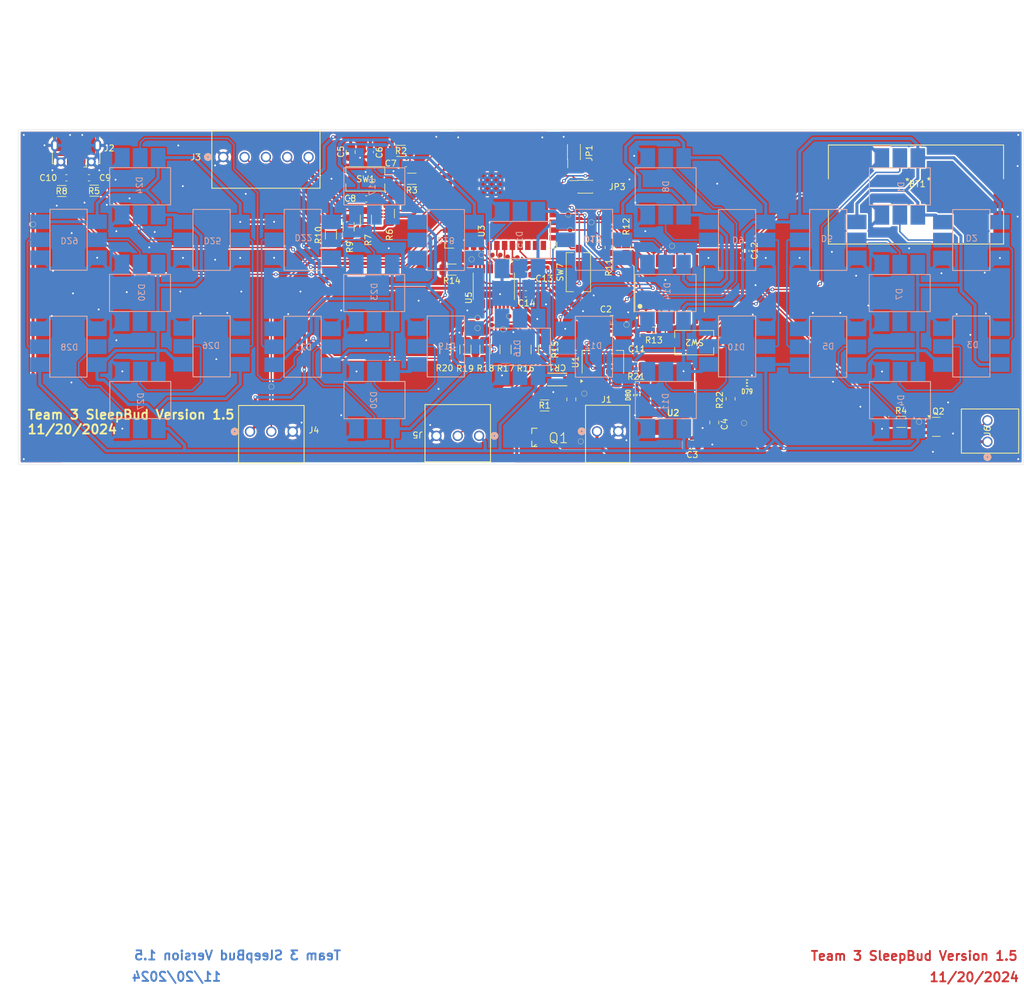
<source format=kicad_pcb>
(kicad_pcb (version 20240108) (generator "pcbnew") (generator_version "8.0")
  (layers (0 "F.Cu" signal) (31 "B.Cu" signal) (34 "B.Paste" user) (35 "F.Paste" user) (36 "B.SilkS" user "B.Silkscreen") (37 "F.SilkS" user "F.Silkscreen") (38 "B.Mask" user) (39 "F.Mask" user) (44 "Edge.Cuts" user))
  (net 0 "")
  (net 1 "Net-(BT1-+)")
  (net 2 "GND")
  (net 3 "+12V")
  (net 4 "+3.3V")
  (net 5 "+5V")
  (net 6 "VBUS")
  (net 7 "/IO8 - Output2")
  (net 8 "/IO35-SCL")
  (net 9 "/IO36-SDA")
  (net 10 "/IO37-SQW{slash}INT")
  (net 11 "/IO38-OE")
  (net 12 "/Buzzer")
  (net 13 "Net-(Q2-D)")
  (net 14 "Net-(U3-EN)")
  (net 15 "/B2 - Digit 1")
  (net 16 "Net-(U3-IO5)")
  (net 17 "Net-(U3-IO7)")
  (net 18 "Net-(U3-IO6)")
  (net 19 "Net-(U3-IO4)")
  (net 20 "Net-(J5-Pad2)")
  (net 21 "Net-(Q2-G)")
  (net 22 "Net-(U3-IO19)")
  (net 23 "Net-(U3-IO20)")
  (net 24 "/B3 - Digit 2")
  (net 25 "/B4 - Colon")
  (net 26 "/B5 - Digit 3")
  (net 27 "/B6 - Digit 4")
  (net 28 "Net-(U5-B1)")
  (net 29 "Net-(U4-~{RST})")
  (net 31 "/IO14 - A1")
  (net 32 "/IO13 - A2")
  (net 35 "/IO12 - A3")
  (net 40 "/IO11 - A4")
  (net 41 "/IO10 - A5")
  (net 44 "/IO9 - A6")
  (net 52 "Net-(C8-Pad2)")
  (net 53 "Net-(J2-D-)")
  (net 54 "Net-(J2-D+)")
  (net 55 "Net-(D1-DOUT)")
  (net 56 "Net-(D1-DIN)")
  (net 57 "Net-(D2-DOUT)")
  (net 58 "Net-(D3-DOUT)")
  (net 59 "Net-(D4-DOUT)")
  (net 60 "Net-(D5-DOUT)")
  (net 61 "Net-(D6-DOUT)")
  (net 63 "Net-(D8-DOUT)")
  (net 64 "Net-(D8-DIN)")
  (net 65 "Net-(D10-DIN)")
  (net 66 "Net-(D10-DOUT)")
  (net 67 "Net-(D11-DOUT)")
  (net 68 "Net-(D12-DOUT)")
  (net 69 "Net-(D13-DOUT)")
  (net 71 "Net-(D15-DIN)")
  (net 72 "Net-(D15-DOUT)")
  (net 74 "Net-(D17-DIN)")
  (net 75 "Net-(D17-DOUT)")
  (net 76 "Net-(D18-DOUT)")
  (net 77 "Net-(D19-DOUT)")
  (net 78 "Net-(D20-DOUT)")
  (net 79 "Net-(D21-DOUT)")
  (net 80 "Net-(D22-DOUT)")
  (net 82 "Net-(D24-DIN)")
  (net 83 "Net-(D24-DOUT)")
  (net 84 "Net-(D25-DOUT)")
  (net 85 "Net-(D26-DOUT)")
  (net 86 "Net-(D27-DOUT)")
  (net 87 "Net-(D28-DOUT)")
  (net 88 "Net-(D29-DOUT)")
  (net 91 "Net-(JP1-RXD0)")
  (net 92 "Net-(JP1-TXD0)")
  (net 93 "Net-(U3-IO0)")
  (net 94 "Net-(JP3-TDO)")
  (net 95 "Net-(JP3-TDI)")
  (net 96 "Net-(JP3-TCK)")
  (net 97 "Net-(JP3-TMS)")
  (net 98 "Net-(Q1-S)")
  (net 99 "Net-(D79-Pad2)")
  (net 100 "Net-(D80-Pad2)")
  (footprint "Custom Pads:Testpoint Pad" (layer "F.Cu") (at 139.1 77.3625)
    (property "Reference" "TP16" (hide yes))
    (property "Value" "TestPoint_Small")
  )
  (footprint "150060RS75000:WL-SMCW_0603" (layer "F.Cu") (at 158.6 97.6 90)
    (property "Reference" "D80")
    (property "Value" "WL-SMCW_0603")
  )
  (footprint "Custom Pads:AZ1084CD" (layer "F.Cu") (at 164.49 101.63)
    (property "Reference" "U2")
    (property "Value" "AZ1084CD")
  )
  (footprint "DMG3415U_7:SOT95P240X105-3N" (layer "F.Cu") (at 142.084 104.5348 180)
    (property "Reference" "Q1")
    (property "Value" "DMG3415U-7")
  )
  (footprint "Capacitor_SMD:C_0603_1608Metric" (layer "F.Cu") (at 114.87 57.7 -90)
    (property "Reference" "C6")
    (property "Value" "0.1uF")
  )
  (footprint "Resistor_SMD:R_1206_3216Metric" (layer "F.Cu") (at 121.68 62.09)
    (property "Reference" "R3")
    (property "Value" "0" (hide yes))
  )
  (footprint "Custom Pads:Testpoint Pad" (layer "F.Cu") (at 136.8 89.15)
    (property "Reference" "TP4" (hide yes))
    (property "Value" "TestPoint_Flag")
  )
  (footprint "Custom Pads:Testpoint Pad" (layer "F.Cu") (at 59.63 71.92)
    (property "Reference" "TP10" (hide yes))
    (property "Value" "TestPoint_Flag")
  )
  (footprint "Capacitor_SMD:C_0603_1608Metric" (layer "F.Cu") (at 140.39 80.98)
    (property "Reference" "C14")
    (property "Value" "0.1uF" (hide yes))
  )
  (footprint "Resistor_SMD:R_1206_3216Metric" (layer "F.Cu") (at 143.48 99.29)
    (property "Reference" "R1")
    (property "Value" "10k" (hide yes))
  )
  (footprint "150060RS75000:WL-SMCW_0603" (layer "F.Cu") (at 176.7 95.6 180)
    (property "Reference" "D79")
    (property "Value" "WL-SMCW_0603")
  )
  (footprint "Resistor_SMD:R_1206_3216Metric" (layer "F.Cu") (at 108.4 71.2825 90)
    (property "Reference" "R10")
    (property "Value" "10k")
  )
  (footprint "Resistor_SMD:R_0805_2012Metric" (layer "F.Cu") (at 154.14 73.36 90)
    (property "Reference" "R11")
    (property "Value" "3.3k" (hide yes))
  )
  (footprint "Resistor_SMD:R_1206_3216Metric" (layer "F.Cu") (at 130.478272 90.105 -90)
    (property "Reference" "R19")
    (property "Value" "470" (hide yes))
  )
  (footprint "Custom Pads:Testpoint Pad" (layer "F.Cu") (at 147.76 72.85)
    (property "Reference" "TP13" (hide yes))
    (property "Value" "TestPoint_Flag")
  )
  (footprint "Custom Pads:Testpoint Pad" (layer "F.Cu") (at 164.49 75.49)
    (property "Reference" "TP22" (hide yes))
    (property "Value" "TestPoint_Flag")
  )
  (footprint "Capacitor_SMD:C_0603_1608Metric" (layer "F.Cu") (at 158.62 87.87 -90)
    (property "Reference" "C11")
    (property "Value" "0.1uF" (hide yes))
  )
  (footprint "Button_Switch_SMD:SW_Tactile_SPST_NO_Straight_CK_PTS636Sx25SMTRLFS" (layer "F.Cu") (at 168.025 88.98 180)
    (property "Reference" "SW2")
    (property "Value" "Reset Button")
  )
  (footprint "Custom Pads:Testpoint Pad" (layer "F.Cu") (at 137.75 87)
    (property "Reference" "TP5" (hide yes))
    (property "Value" "TestPoint_Flag")
  )
  (footprint "1984772:CONN_1984772_PXC" (layer "F.Cu") (at 132.720001 104.28 180)
    (property "Reference" "J5")
    (property "Value" "LED Lamp Connector")
  )
  (footprint "Capacitor_SMD:C_0603_1608Metric" (layer "F.Cu") (at 68.71 61.93)
    (property "Reference" "C9")
    (property "Value" "22pF" (hide yes))
  )
  (footprint "Custom Pads:Testpoint Pad" (layer "F.Cu") (at 133.2 76.95)
    (property "Reference" "TP20" (hide yes))
    (property "Value" "TestPoint_Small")
  )
  (footprint "Custom Pads:Testpoint Pad" (layer "F.Cu") (at 157.02 88.4)
    (property "Reference" "TP8" (hide yes))
    (property "Value" "TestPoint_Flag")
  )
  (footprint "Capacitor_SMD:C_0603_1608Metric" (layer "F.Cu") (at 114.21 65.39)
    (property "Reference" "C8")
    (property "Value" "0.1uF" (hide yes))
  )
  (footprint "Capacitor_SMD:C_0603_1608Metric" (layer "F.Cu") (at 176.49 73.915 -90)
    (property "Reference" "C12")
    (property "Value" "0.1uF" (hide yes))
  )
  (footprint "Connector_PinHeader_1.00mm:PinHeader_2x02_P1.00mm_Vertical_SMD" (layer "F.Cu") (at 148.28 57.72 90)
    (property "Reference" "JP1")
    (property "Value" "UART")
  )
  (footprint "Button_Switch_SMD:SW_Tactile_SPST_NO_Straight_CK_PTS636Sx25SMTRLFS" (layer "F.Cu") (at 114.05 62.11)
    (property "Reference" "SW1")
    (property "Value" "EN Button")
  )
  (footprint "RF_Module:ESP32-S3-WROOM-1" (layer "F.Cu") (at 136.28 60.53)
    (property "Reference" "U3")
    (property "Value" "ESP32-S3-WROOM-1")
  )
  (footprint "1984769:CONN_1984769_PXC" (layer "F.Cu") (at 216.145 105.246601 90)
    (property "Reference" "J6")
    (property "Value" "Connector to Buzzer")
  )
  (footprint "footprints:SDO_SOD-123FL498_OSI" (layer "F.Cu") (at 145.56 95.04 180)
    (property "Reference" "CR1")
    (property "Value" "MBR120LSFT3G" (hide yes))
  )
  (footprint "Capacitor_SMD:C_0603_1608Metric" (layer "F.Cu") (at 120.7 59.6)
    (property "Reference" "C7")
    (property "Value" "1uF" (hide yes))
  )
  (footprint "Resistor_SMD:R_1206_3216Metric" (layer "F.Cu") (at 119.92 57.51)
    (property "Reference" "R2")
    (property "Value" "10k" (hide yes))
  )
  (footprint "Capacitor_SMD:C_0805_2012Metric" (layer "F.Cu") (at 167.69 105.73)
    (property "Reference" "C3")
    (property "Value" "10uF" (hide yes))
  )
  (footprint "Resistor_SMD:R_1206_3216Metric" (layer "F.Cu") (at 64.24 64.1)
    (property "Reference" "R8")
    (property "Value" "0" (hide yes))
  )
  (footprint "1984772:CONN_1984772_PXC" (layer "F.Cu") (at 95.129999 103.58)
    (property "Reference" "J4")
    (property "Value" "AM312 Connector")
  )
  (footprint "Custom Pads:Testpoint Pad" (layer "F.Cu") (at 136.3 76.95)
    (property "Reference" "TP18" (hide yes))
    (property "Value" "TestPoint_Small")
  )
  (footprint "Package_SO:TSSOP-20_4.4x6.5mm_P0.65mm" (layer "F.Cu") (at 135.143272 79.7425 -90)
    (property "Reference" "U5")
    (property "Value" "TXS0108EPW")
  )
  (footprint "Capacitor_SMD:C_0603_1608Metric" (layer "F.Cu") (at 140.46 77.86)
    (property "Reference" "C13")
    (property "Value" "0.1uF" (hide yes))
  )
  (footprint "Resistor_SMD:R_0805_2012Metric" (layer "F.Cu") (at 156.83 73.36 90)
    (property "Reference" "R12")
    (property "Value" "3.3k")
  )
  (footprint "Resistor_SMD:R_1206_3216Metric" (layer "F.Cu") (at 128.25 77 180)
    (property "Reference" "R14")
    (property "Value" "10kOhm" (hide yes))
  )
  (footprint "Button_Switch_SMD:SW_Tactile_SPST_NO_Straight_CK_PTS636Sx25SMTRLFS" (layer "F.Cu") (at 149.02 77.425 90)
    (property "Reference" "SW7")
    (property "Value" "Boot Button")
  )
  (footprint "Resistor_SMD:R_1206_3216Metric" (layer "F.Cu") (at 127.188272 90.105 -90)
    (property "Reference" "R20")
    (property "Value" "470" (hide yes))
  )
  (footprint "Custom Pads:Testpoint Pad" (layer "F.Cu") (at 135 76.95)
    (property "Reference" "TP19" (hide yes))
    (property "Value" "TestPoint_Small")
  )
  (footprint "1984769:CONN_1984769_PXC" (layer "F.Cu") (at 152.069998 103.54)
    (property "Reference" "J1")
    (property "Value" "12V Barrel Jack")
  )
  (footprint "Custom Pads:Testpoint Pad" (layer "F.Cu") (at 132.57 88.95)
    (property "Reference" "TP2" (hide yes))
    (property "Value" "TestPoint_Flag")
  )
  (footprint "Connector_USB:USB_Micro-B_Molex-105017-0001" (layer "F.Cu") (at 66.59 57.85 180)
    (property "Reference" "J2")
    (property "Value" "USB_B_Micro")
  )
  (footprint "Custom Pads:Testpoint Pad" (layer "F.Cu") (at 205.03 104.33)
    (property "Reference" "TP12" (hide yes))
    (property "Value" "TestPoint_Flag")
  )
  (footprint "Connector_PinHeader_1.00mm:PinHeader_2x02_P1.00mm_Vertical_SMD" (layer "F.Cu") (at 150.16 63.4)
    (property "Reference" "JP3")
    (property "Value" "JTAG" (hide yes))
  )
  (footprint "Capacitor_SMD:C_0603_1608Metric" (layer "F.Cu") (at 64.995 61.93 180)
    (property "Reference" "C10")
    (property "Value" "22pF" (hide yes))
  )
  (footprint "Resistor_SMD:R_0603_1608Metric" (layer "F.Cu") (at 161.385 86.94)
    (property "Reference" "R13")
    (property "Value" "4.7k" (hide yes))
  )
  (footprint "Resistor_SMD:R_1206_3216Metric" (layer "F.Cu") (at 140.348272 90.105 -90)
    (property "Reference" "R16")
    (property "Value" "470" (hide yes))
  )
  (footprint "Resistor_SMD:R_0805_2012Metric" (layer "F.Cu") (at 174 98.2 -90)
    (property "Reference" "R22")
    (property "Value" "180")
  )
  (footprint "Capacitor_SMD:C_0805_2012Metric" (layer "F.Cu") (at 147.86 98.29 -90)
    (property "Reference" "C1" (hide yes))
    (property "Value" "10uF" (hide yes))
  )
  (footprint "1984798:CONN_1984798_PXC" (layer "F.Cu") (at 90.74 58.52)
    (property "Reference" "J3")
    (property "Value" "Button Connector")
  )
  (footprint "Custom Pads:Testpoint Pad" (layer "F.Cu") (at 149.51 107.54)
    (property "Reference" "TP6" (hide yes))
    (property "Value" "TestPoint_Flag")
  )
  (footprint "DS3231SN_:SOIC127P1032X265-16N" (layer "F.Cu") (at 163.925 80.225 90)
    (property "Reference" "U4" (hide yes))
    (property "Value" "DS3231SN_" (hide yes))
  )
  (footprint "Custom Pads:Testpoint Pad" (layer "F.Cu") (at 147.45 70.32)
    (property "Reference" "TP15" (hide yes))
    (property "Value" "TestPoint_Flag")
  )
  (footprint "Capacitor_SMD:C_0805_2012Metric" (layer "F.Cu") (at 154.49 85.28)
    (property "Reference" "C2")
    (property "Value" "22uF" (hide yes))
  )
  (footprint "Custom Pads:Testpoint Pad" (layer "F.Cu") (at 150.08 99.69)
    (property "Reference" "TP9" (hide yes))
    (property "Value" "TestPoint_Flag")
  )
  (footprint "Custom Pads:Testpoint Pad" (layer "F.Cu") (at 98.73 98.56)
    (property "Reference" "TP11" (hide yes))
    (property "Value" "TestPoint_Flag")
  )
  (footprint "Capacitor_SMD:C_0805_2012Metric" (layer "F.Cu") (at 111.65 57.71 -90)
    (property "Reference" "C5")
    (property "Value" "22uF")
  )
  (footprint "Custom Pads:Testpoint Pad" (layer "F.Cu") (at 176.31 104.54)
    (property "Reference" "TP7" (hide yes))
    (property "Value" "TestPoint_Flag")
  )
  (footprint "BH74G5P:BH-74G-5-P_ADM" (layer "F.Cu") (at 204.42 64.68)
    (property "Reference" "BT1")
    (property "Value" "Battery_Cell_3V")
  )
  (footprint "Custom Pads:Testpoint Pad" (layer "F.Cu") (at 134.9 88.45)
    (property "Reference" "TP3" (hide yes))
    (property "Value" "TestPoint_Flag")
  )
  (footprint "Custom Pads:Testpoint Pad" (layer "F.Cu") (at 151.25 71.59)
    (property "Reference" "TP14" (hide yes))
    (property "Value" "TestPoint_Flag")
  )
  (footprint "Resistor_SMD:R_1206_3216Metric" (layer "F.Cu") (at 201.9725 101.98)
    (property "Reference" "R4")
    (property "Value" "10k" (hide yes))
  )
  (footprint "Package_TO_SOT_SMD:SOT-223-3_TabPin2" (layer "F.Cu") (at 153.04 92.17 90)
    (property "Reference" "U1")
    (property "Value" "AMS1117-3.3" (hide yes))
  )
  (footprint "Resistor_SMD:R_1206_3216Metric" (layer "F.Cu") (at 133.768272 90.105 -90)
    (property "Reference" "R18")
    (property "Value" "470" (hide yes))
  )
  (footprint "Resistor_SMD:R_1206_3216Metric" (layer "F.Cu") (at 143.368272 90.13 -90)
    (property "Reference" "R15")
    (property "Value" "470" (hide yes))
  )
  (footprint "Resistor_SMD:R_0805_2012Metric" (layer "F.Cu") (at 158.5 92.9 180)
    (property "Reference" "R21")
    (property "Value" "100")
  )
  (footprint "Custom Pads:Testpoint Pad" (layer "F.Cu") (at 131.6 77.65)
    (property "Reference" "TP21" (hide yes))
    (property "Value" "TestPoint_Small")
  )
  (footprint "Custom Pads:Testpoint Pad" (layer "F.Cu") (at 132.59 87.28)
    (property "Reference" "TP1" (hide yes))
    (property "Value" "TestPoint_Flag")
  )
  (footprint "Resistor_SMD:R_1206_3216Metric" (layer "F.Cu") (at 69.54 64.05 180)
    (property "Reference" "R5")
    (property "Value" "0" (hide yes))
  )
  (footprint "Resistor_SMD:R_1206_3216Metric" (layer "F.Cu") (at 114.14 68.77 90)
    (property "Reference" "R7")
    (property "Value" "10k" (hide yes))
  )
  (footprint "Custom Pads:Testpoint Pad" (layer "F.Cu") (at 137.5 77.25)
    (property "Reference" "TP17" (hide yes))
    (property "Value" "TestPoint_Small")
  )
  (footprint "Resistor_SMD:R_1206_3216Metric" (layer "F.Cu") (at 111.31 69.96 90)
    (property "Reference" "R9")
    (property "Value" "10k" (hide yes))
  )
  (footprint "Resistor_SMD:R_1206_3216Metric" (layer "F.Cu") (at 137.058272 90.105 -90)
    (property "Reference" "R17")
    (property "Value" "470" (hide yes))
  )
  (footprint "Resistor_SMD:R_1206_3216Metric" (layer "F.Cu") (at 117.91 67.8 90)
    (property "Reference" "R6")
    (property "Value" "10k" (hide yes))
  )
  (footprint "Package_TO_SOT_SMD:SOT-23" (layer "F.Cu") (at 207.7575 102.8)
    (property "Reference" "Q2")
    (property "Value" "AO3400A")
  )
  (footprint "Capacitor_SMD:C_0805_2012Metric" (layer "F.Cu") (at 171.32 102.09 -90)
    (property "Reference" "C4")
    (property "Value" "22uF" (hide yes))
  )
  (footprint "Custom Pads:WB2812B" (layer "B.Cu") (at 127.26 89.6125 180)
    (property "Reference" "D19")
    (property "Value" "WS2812B")
  )
  (footprint "Custom Pads:WB2812B" (layer "B.Cu") (at 88.825 72.1225)
    (property "Reference" "D25")
    (property "Value" "WS2812B")
  )
  (footprint "Custom Pads:WB2812B" (layer "B.Cu") (at 151.565 89.66 180)
    (property "Reference" "D12")
    (property "Value" "WS2812B")
  )
  (footprint "Custom Pads:WB2812B" (layer "B.Cu") (at 77.075 80.8225 -90)
    (property "Reference" "D30")
    (property "Value" "WS2812B")
  )
  (footprint "Custom Pads:WB2812B" (layer "B.Cu") (at 115.51 80.8375 -90)
    (property "Reference" "D23")
    (property "Value" "WS2812B")
  )
  (footprint "Custom Pads:WB2812B" (layer "B.Cu") (at 115.535 63.3375 -90)
    (property "Reference" "D17")
    (property "Value" "WS2812B")
  )
  (footprint "Custom Pads:WB2812B" (layer "B.Cu") (at 175.065 72.135)
    (property "Reference" "D9")
    (property "Value" "WS2812B")
  )
  (footprint "Custom Pads:WB2812B" (layer "B.Cu") (at 103.785 72.1125)
    (property "Reference" "D22")
    (property "Value" "WS2812B")
  )
  (footprint "Custom Pads:WB2812B" (layer "B.Cu") (at 139.44 72.14 -90)
    (property "Reference" "D15")
    (property "Value" "WS2812B")
  )
  (footprint "Custom Pads:WB2812B" (layer "B.Cu") (at 190 89.675 180)
    (property "Reference" "D5")
    (property "Value" "WS2812B")
  )
  (footprint "Custom Pads:WB2812B" (layer "B.Cu") (at 201.775 63.35 -90)
    (property "Reference" "D1")
    (property "Value" "WS2812B")
  )
  (footprint "Custom Pads:WB2812B" (layer "B.Cu") (at 163.365 98.41 -90)
    (property "Reference" "D11")
    (property "Value" "WS2812B")
  )
  (footprint "Custom Pads:WB2812B" (layer "B.Cu") (at 77.1 63.3225 -90)
    (property "Reference" "D24")
    (property "Value" "WS2812B")
  )
  (footprint "Custom Pads:WB2812B" (layer "B.Cu") (at 201.75 80.85 -90)
    (property "Reference" "D7")
    (property "Value" "WS2812B")
  )
  (footprint "Custom Pads:WB2812B" (layer "B.Cu") (at 213.5 89.625 180)
    (property "Reference" "D3")
    (property "Value" "WS2812B")
  )
  (footprint "Custom Pads:WB2812B" (layer "B.Cu") (at 213.5 72.15)
    (property "Reference" "D2")
    (property "Value" "WS2812B")
  )
  (footprint "Custom Pads:WB2812B" (layer "B.Cu") (at 139.44 89.67 -90)
    (property "Reference" "D16")
    (property "Value" "WS2812B")
  )
  (footprint "Custom Pads:WB2812B" (layer "B.Cu") (at 127.26 72.1375)
    (property "Reference" "D18")
    (property "Value" "WS2812B")
  )
  (footprint "Custom Pads:WB2812B" (layer "B.Cu") (at 175.065 89.61 180)
    (property "Reference" "D10")
    (property "Value" "WS2812B")
  )
  (footprint "Custom Pads:WB2812B" (layer "B.Cu") (at 201.8 98.425 -90)
    (property "Reference" "D4")
    (property "Value" "WS2812B")
  )
  (footprint "Custom Pads:WB2812B" (layer "B.Cu") (at 88.825 89.5975 180)
    (property "Reference" "D26")
    (property "Value" "WS2812B")
  )
  (footprint "Custom Pads:WB2812B" (layer "B.Cu") (at 77.125 98.3975 -90)
    (property "Reference" "D27")
    (property "Value" "WS2812B")
  )
  (footprint "Custom Pads:WB2812B" (layer "B.Cu") (at 190.025 72.125)
    (property "Reference" "D6")
    (property "Value" "WS2812B")
  )
  (footprint "Custom Pads:WB2812B" (layer "B.Cu") (at 163.315 80.835 -90)
    (property "Reference" "D14")
    (property "Value" "WS2812B")
  )
  (footprint "Custom Pads:WB2812B" (layer "B.Cu") (at 151.59 72.11)
    (property "Reference" "D13")
    (property "Value" "WS2812B")
  )
  (footprint "Custom Pads:WB2812B" (layer "B.Cu") (at 103.76 89.6625 180)
    (property "Reference" "D21")
    (property "Value" "WS2812B")
  )
  (footprint "Custom Pads:WB2812B" (layer "B.Cu") (at 163.34 63.335 -90)
    (property "Reference" "D8")
    (property "Value" "WS2812B")
  )
  (footprint "Custom Pads:WB2812B" (layer "B.Cu") (at 65.325 89.6475 180)
    (property "Reference" "D28")
    (property "Value" "WS2812B")
  )
  (footprint "Custom Pads:WB2812B" (layer "B.Cu") (at 115.56 98.4125 -90)
    (property "Reference" "D20")
    (property "Value" "WS2812B")
  )
  (footprint "Custom Pads:WB2812B" (layer "B.Cu") (at 65.35 72.0975)
    (property "Reference" "D29")
    (property "Value" "WS2812B")
  )
  (gr_rect (start 57.125 54) (end 222.125 109) (stroke (width 0.05)) (fill none) (layer "Edge.Cuts"))
  (gr_text "Team 3 SleepBud Version 1.5" (at 187 190.5 0) (layer "F.Cu") (effects (font (size 1.5 1.5) (thickness 0.3) (bold yes)) (justify left bottom)))
  (gr_text "11/20/2024" (at 206.5 194 0) (layer "F.Cu") (effects (font (size 1.5 1.5) (thickness 0.3) (bold yes)) (justify left bottom)))
  (gr_text "Team 3 SleepBud Version 1.5" (at 110.21 190.42 0) (layer "B.Cu") (effects (font (size 1.5 1.5) (thickness 0.3) (bold yes)) (justify left bottom mirror)))
  (gr_text "11/20/2024" (at 90.54 193.92 0) (layer "B.Cu") (effects (font (size 1.5 1.5) (thickness 0.3) (bold yes)) (justify left bottom mirror)))
  (gr_text "Team 3 SleepBud Version 1.5\n11/20/2024\n" (at 58.48 104.1 0) (layer "F.SilkS") (effects (font (size 1.5 1.5) (thickness 0.3) (bold yes)) (justify left bottom)))
  (segment (start 162.02 75.57) (end 162.02 74.545) (width 0.25) (layer "F.Cu") (net 1))
  (segment (start 176.75 73.14) (end 185.21 64.68) (width 0.25) (layer "F.Cu") (net 1))
  (segment (start 185.21 64.68) (end 189.771795 64.68) (width 0.25) (layer "F.Cu") (net 1))
  (segment (start 162.02 74.545) (end 163.425 73.14) (width 0.25) (layer "F.Cu") (net 1))
  (segment (start 163.425 73.14) (end 164.39 73.14) (width 0.25) (layer "F.Cu") (net 1))
  (segment (start 164.39 73.14) (end 176.49 73.14) (width 0.25) (layer "F.Cu") (net 1))
  (segment (start 176.49 73.14) (end 176.75 73.14) (width 0.2) (layer "F.Cu") (net 1))
  (via (at 143.7 82.7) (size 0.6) (drill 0.3) (layers "F.Cu" "B.Cu") (net 2))
  (via (at 118.68 60.84) (size 0.6) (drill 0.3) (layers "F.Cu" "B.Cu") (net 2))
  (via (at 110.1 100.9) (size 0.6) (drill 0.3) (layers "F.Cu" "B.Cu") (net 2))
  (via (at 207.2 106.9) (size 0.6) (drill 0.3) (layers "F.Cu" "B.Cu") (net 2))
  (via (at 93.7 80.6) (size 0.6) (drill 0.3) (layers "F.Cu" "B.Cu") (net 2))
  (via (at 111.5 65.3) (size 0.6) (drill 0.3) (layers "F.Cu" "B.Cu") (net 2))
  (via (at 221.1 60) (size 0.6) (drill 0.3) (layers "F.Cu" "B.Cu") (net 2))
  (via (at 67.97 66.01) (size 0.6) (drill 0.3) (layers "F.Cu" "B.Cu") (net 2))
  (via (at 177.49 94.35) (size 0.6) (drill 0.3) (layers "F.Cu" "B.Cu") (net 2))
  (via (at 178.09 79.55) (size 0.6) (drill 0.3) (layers "F.Cu" "B.Cu") (net 2))
  (via (at 198.85 93.725) (size 0.6) (drill 0.3) (layers "F.Cu" "B.Cu") (net 2))
  (via (at 209.7 98.8) (size 0.6) (drill 0.3) (layers "F.Cu" "B.Cu") (net 2))
  (via (at 75.36 65.31) (size 0.6) (drill 0.3) (layers "F.Cu" "B.Cu") (net 2))
  (via (at 65.6 54.9) (size 0.6) (drill 0.3) (layers "F.Cu" "B.Cu") (net 2))
  (via (at 94.43 64.57) (size 0.6) (drill 0.3) (layers "F.Cu" "B.Cu") (net 2))
  (via (at 211.1 84.3) (size 0.6) (drill 0.3) (layers "F.Cu" "B.Cu") (net 2))
  (via (at 62.6 84.6) (size 0.6) (drill 0.3) (layers "F.Cu" "B.Cu") (net 2))
  (via (at 110.1 83.7) (size 0.6) (drill 0.3) (layers "F.Cu" "B.Cu") (net 2))
  (via (at 74.175 103.0975) (size 0.6) (drill 0.3) (layers "F.Cu" "B.Cu") (net 2))
  (via (at 103.6 102.1) (size 0.6) (drill 0.3) (layers "F.Cu" "B.Cu") (net 2))
  (via (at 156.9 105) (size 0.6) (drill 0.3) (layers "F.Cu" "B.Cu") (net 2))
  (via (at 196.6 82.9) (size 0.6) (drill 0.3) (layers "F.Cu" "B.Cu") (net 2))
  (via (at 169.4 103) (size 0.6) (drill 0.3) (layers "F.Cu" "B.Cu") (net 2))
  (via (at 126.07 96.58) (size 0.6) (drill 0.3) (layers "F.Cu" "B.Cu") (net 2))
  (via (at 58 54.9) (size 0.6) (drill 0.3) (layers "F.Cu" "B.Cu") (net 2))
  (via (at 187.5 84.1) (size 0.6) (drill 0.3) (layers "F.Cu" "B.Cu") (net 2))
  (via (at 134.45 69.29) (size 0.6) (drill 0.3) (layers "F.Cu" "B.Cu") (net 2))
  (via (at 70.29 83.54) (size 0.6) (drill 0.3) (layers "F.Cu" "B.Cu") (net 2))
  (via (at 65.82 95.52) (size 0.6) (drill 0.3) (layers "F.Cu" "B.Cu") (net 2))
  (via (at 73.2 70.7) (size 0.6) (drill 0.3) (layers "F.Cu" "B.Cu") (net 2))
  (via (at 171 105.7) (size 0.6) (drill 0.3) (layers "F.Cu" "B.Cu") (net 2))
  (via (at 146.6 55.2) (size 0.6) (drill 0.3) (layers "F.Cu" "B.Cu") (net 2))
  (via (at 130.8 83.7) (size 0.6) (drill 0.3) (layers "F.Cu" "B.Cu") (net 2))
  (via (at 74.175 93.6975) (size 0.6) (drill 0.3) (layers "F.Cu" "B.Cu") (net 2))
  (via (at 192 84.1) (size 0.6) (drill 0.3) (layers "F.Cu" "B.Cu") (net 2))
  (via (at 87 84.2) (size 0.6) (drill 0.3) (layers "F.Cu" "B.Cu") (net 2))
  (via (at 71.6 56.6) (size 0.6) (drill 0.3) (layers "F.Cu" "B.Cu") (net 2))
  (via (at 151.53 81.24) (size 0.6) (drill 0.3) (layers "F.Cu" "B.Cu") (net 2))
  (via (at 136.17 81.03) (size 0.6) (drill 0.3) (layers "F.Cu" "B.Cu") (net 2))
  (via (at 73.07 62.25) (size 0.6) (drill 0.3) (layers "F.Cu" "B.Cu") (net 2))
  (via (at 163.3 78.7) (size 0.6) (drill 0.3) (layers "F.Cu" "B.Cu") (net 2))
  (via (at 190.8 95.4) (size 0.6) (drill 0.3) (layers "F.Cu" "B.Cu") (net 2))
  (via (at 190.62 74.09) (size 0.6) (drill 0.3) (layers "F.Cu" "B.Cu") (net 2))
  (via (at 138.35 87.25) (size 0.6) (drill 0.3) (layers "F.Cu" "B.Cu") (net 2))
  (via (at 84.1 63.3) (size 0.6) (drill 0.3) (layers "F.Cu" "B.Cu") (net 2))
  (via (at 171.8 62.9) (size 0.6) (drill 0.3) (layers "F.Cu" "B.Cu") (net 2))
  (via (at 158.18 58.33) (size 0.6) (drill 0.3) (layers "F.Cu" "B.Cu") (net 2))
  (via (at 213.35 87.70405) (size 0.6) (drill 0.3) (layers "F.Cu" "B.Cu") (net 2))
  (via (at 194.6 78) (size 0.6) (drill 0.3) (layers "F.Cu" "B.Cu") (net 2))
  (via (at 149.78 83.82) (size 0.6) (drill 0.3) (layers "F.Cu" "B.Cu") (net 2))
  (via (at 63.41 66.5) (size 0.6) (drill 0.3) (layers "F.Cu" "B.Cu") (net 2))
  (via (at 93.525 75.0725) (size 0.6) (drill 0.3) (layers "F.Cu" "B.Cu") (net 2))
  (via (at 83.7 80.6) (size 0.6) (drill 0.3) (layers "F.Cu" "B.Cu") (net 2))
  (via (at 129.49 87.34) (size 0.6) (drill 0.3) (layers "F.Cu" "B.Cu") (net 2))
  (via (at 195.3 99.5) (size 0.6) (drill 0.3) (layers "F.Cu" "B.Cu") (net 2))
  (via (at 215.9 84.2) (size 0.6) (drill 0.3) (layers "F.Cu" "B.Cu") (net 2))
  (via (at 71.63 66.37) (size 0.6) (drill 0.3) (layers "F.Cu" "B.Cu") (net 2))
  (via (at 144.9 97.1) (size 0.6) (drill 0.3) (layers "F.Cu" "B.Cu") (net 2))
  (via (at 203.3 73.5) (size 0.6) (drill 0.3) (layers "F.Cu" "B.Cu") (net 2))
  (via (at 108.5 62.09) (size 0.6) (drill 0.3) (layers "F.Cu" "B.Cu") (net 2))
  (via (at 114.11 60.97) (size 0.6) (drill 0.3) (layers "F.Cu" "B.Cu") (net 2))
  (via (at 70.4 60.7) (size 0.6) (drill 0.3) (layers "F.Cu" "B.Cu") (net 2))
  (via (at 141.2 82.7) (size 0.6) (drill 0.3) (layers "F.Cu" "B.Cu") (net 2))
  (via (at 112.61 93.7125) (size 0.6) (drill 0.3) (layers "F.Cu" "B.Cu") (net 2))
  (via (at 70.05 75.0475) (size 0.6) (drill 0.3) (layers "F.Cu" "B.Cu") (net 2))
  (via (at 136.49 94.37) (size 0.6) (drill 0.3) (layers "F.Cu" "B.Cu") (net 2))
  (via (at 103.4 80.6) (size 0.6) (drill 0.3) (layers "F.Cu" "B.Cu") (net 2))
  (via (at 124.1 77) (size 0.6) (drill 0.3) (layers "F.Cu" "B.Cu") (net 2))
  (via (at 74.9 80.7) (size 0.6) (drill 0.3) (layers "F.Cu" "B.Cu") (net 2))
  (via (at 89.4 59.9) (size 0.6) (drill 0.3) (layers "F.Cu" "B.Cu") (net 2))
  (via (at 129.3 55.3) (size 0.6) (drill 0.3) (layers "F.Cu" "B.Cu") (net 2))
  (via (at 65.86 71.01) (size 0.6) (drill 0.3) (layers "F.Cu" "B.Cu") (net 2))
  (via (at 210.5 103.9) (size 0.6) (drill 0.3) (layers "F.Cu" "B.Cu") (net 2))
  (via (at 89.41 75.38) (size 0.6) (drill 0.3) (layers "F.Cu" "B.Cu") (net 2))
  (via (at 113.2 58.64) (size 0.6) (drill 0.3) (layers "F.Cu" "B.Cu") (net 2))
  (via (at 84.125 75.0725) (size 0.6) (drill 0.3) (layers "F.Cu" "B.Cu") (net 2))
  (via (at 221.2 108.1) (size 0.6) (drill 0.3) (layers "F.Cu" "B.Cu") (net 2))
  (via (at 146.865 86.71) (size 0.6) (drill 0.3) (layers "F.Cu" "B.Cu") (net 2))
  (via (at 117.9 73.5) (size 0.6) (drill 0.3) (layers "F.Cu" "B.Cu") (net 2))
  (via (at 67.6 54.9) (size 0.6) (drill 0.3) (layers "F.Cu" "B.Cu") (net 2))
  (via (at 78.6 73.35) (size 0.6) (drill 0.3) (layers "F.Cu" "B.Cu") (net 2))
  (via (at 66.08 80.9) (size 0.6) (drill 0.3) (layers "F.Cu" "B.Cu") (net 2))
  (via (at 208.6 77.6) (size 0.6) (drill 0.3) (layers "F.Cu" "B.Cu") (net 2))
  (via (at 157.2 84) (size 0.6) (drill 0.3) (layers "F.Cu" "B.Cu") (net 2))
  (via (at 125.7 55.2) (size 0.6) (drill 0.3) (layers "F.Cu" "B.Cu") (net 2))
  (via (at 215.7 77.5) (size 0.6) (drill 0.3) (layers "F.Cu" "B.Cu") (net 2))
  (via (at 61.4 56.6) (size 0.6) (drill 0.3) (layers "F.Cu" "B.Cu") (net 2))
  (via (at 158.3 100.9) (size 0.6) (drill 0.3) (layers "F.Cu" "B.Cu") (net 2))
  (via (at 143.1 55.3) (size 0.6) (drill 0.3) (layers "F.Cu" "B.Cu") (net 2))
  (via (at 185.325 75.075) (size 0.6) (drill 0.3) (layers "F.Cu" "B.Cu") (net 2))
  (via (at 62.7 60.7) (size 0.6) (drill 0.3) (layers "F.Cu" "B.Cu") (net 2))
  (via (at 124.7 102.5) (size 0.6) (drill 0.3) (layers "F.Cu" "B.Cu") (net 2))
  (via (at 58 108.1) (size 0.6) (drill 0.3) (layers "F.Cu" "B.Cu") (net 2))
  (via (at 221.1 68.3) (size 0.6) (drill 0.3) (layers "F.Cu" "B.Cu") (net 2))
  (via (at 83.36 56.63) (size 0.6) (drill 0.3) (layers "F.Cu" "B.Cu") (net 2))
  (via (at 79.49 70.83) (size 0.6) (drill 0.3) (layers "F.Cu" "B.Cu") (net 2))
  (via (at 101.4 84.3) (size 0.6) (drill 0.3) (layers "F.Cu" "B.Cu") (net 2))
  (via (at 179.765 75.085) (size 0.6) (drill 0.3) (layers "F.Cu" "B.Cu") (net 2))
  (via (at 73.2 88.6) (size 0.6) (drill 0.3) (layers "F.Cu" "B.Cu") (net 2))
  (via (at 99.085 75.0625) (size 0.6) (drill 0.3) (layers "F.Cu" "B.Cu") (net 2))
  (via (at 198.85 103.125) (size 0.6) (drill 0.3) (layers "F.Cu" "B.Cu") (net 2))
  (via (at 91.4 84.1) (size 0.6) (drill 0.3) (layers "F.Cu" "B.Cu") (net 2))
  (via (at 177.63 84.37) (size 0.6) (drill 0.3) (layers "F.Cu" "B.Cu") (net 2))
  (via (at 122.8 82.1) (size 0.6) (drill 0.3) (layers "F.Cu" "B.Cu") (net 2))
  (via (at 89.6 91.7) (size 0.6) (drill 0.3) (layers "F.Cu" "B.Cu") (net 2))
  (via (at 157.4 62.2) (size 0.6) (drill 0.3) (layers "F.Cu" "B.Cu") (net 2))
  (via (at 160 70.7) (size 0.6) (drill 0.3) (layers "F.Cu" "B.Cu") (net 2))
  (via (at 158.36 66.01) (size 0.6) (drill 0.3) (layers "F.Cu" "B.Cu") (net 2))
  (via (at 114.2 88.6) (size 0.6) (drill 0.3) (layers "F.Cu" "B.Cu") (net 2))
  (via (at 221.2 54.9) (size 0.6) (drill 0.3) (layers "F.Cu" "B.Cu") (net 2))
  (via (at 130.8 81.3) (size 0.6) (drill 0.3) (layers "F.Cu" "B.Cu") (net 2))
  (via (at 62.8 77.2) (size 0.6) (drill 0.3) (layers "F.Cu" "B.Cu") (net 2))
  (via (at 170.365 75.085) (size 0.6) (drill 0.3) (layers "F.Cu" "B.Cu") (net 2))
  (via (at 218.2 75.1) (size 0.6) (drill 0.3) (layers "F.Cu" "B.Cu") (net 2))
  (segment (start 136.49 84.97) (end 136.49 86.29) (width 0.2) (layer "B.Cu") (net 2))
  (segment (start 136.49 79.57) (end 136.51 79.59) (width 0.5) (layer "B.Cu") (net 2))
  (segment (start 136.49 76.84) (end 136.49 79.57) (width 0.5) (layer "B.Cu") (net 2))
  (segment (start 136.49 86.29) (end 137.67 87.47) (width 0.25) (layer "B.Cu") (net 2))
  (segment (start 166.31 107.06) (end 166.74 106.63) (width 0.5) (layer "F.Cu") (net 3))
  (segment (start 149.41 105.19) (end 149.41 106.19) (width 0.5) (layer "F.Cu") (net 3))
  (segment (start 152.06 106.19) (end 149.41 106.19) (width 0.5) (layer "F.Cu") (net 3))
  (segment (start 153.71 107.06) (end 166.31 107.06) (width 0.5) (layer "F.Cu") (net 3))
  (segment (start 152.069998 106.180002) (end 152.06 106.19) (width 0.5) (layer "F.Cu") (net 3))
  (segment (start 146.4 106.19) (end 149.41 106.19) (width 0.5) (layer "F.Cu") (net 3))
  (segment (start 144.7448 104.5348) (end 146.4 106.19) (width 0.5) (layer "F.Cu") (net 3))
  (segment (start 166.79 105.68) (end 166.74 105.73) (width 0.5) (layer "F.Cu") (net 3))
  (segment (start 152.84 106.19) (end 153.71 107.06) (width 0.5) (layer "F.Cu") (net 3))
  (segment (start 166.74 106.63) (end 166.74 105.73) (width 0.5) (layer "F.Cu") (net 3))
  (segment (start 152.069998 103.54) (end 152.069998 106.180002) (width 0.5) (layer "F.Cu") (net 3))
  (segment (start 152.06 106.19) (end 152.84 106.19) (width 0.5) (layer "F.Cu") (net 3))
  (segment (start 141.068 104.5348) (end 144.7448 104.5348) (width 0.5) (layer "F.Cu") (net 3))
  (segment (start 166.79 102.88) (end 166.79 105.68) (width 0.5) (layer "F.Cu") (net 3))
  (segment (start 110.97 55.24) (end 114.58 55.24) (width 0.5) (layer "F.Cu") (net 4))
  (segment (start 96 102.709999) (end 95.129999 103.58) (width 0.5) (layer "F.Cu") (net 4))
  (segment (start 153.04 89.02) (end 150.35 89.02) (width 0.5) (layer "F.Cu") (net 4))
  (segment (start 109.27 80.055) (end 144.075 80.055) (width 0.5) (layer "F.Cu") (net 4))
  (segment (start 156.83 74.2725) (end 156.83 75.644881) (width 0.25) (layer "F.Cu") (net 4))
  (segment (start 157.5875 92.9) (end 153.4 92.9) (width 0.5) (layer "F.Cu") (net 4))
  (segment (start 111.65 56.51) (end 111.83 56.33) (width 0.2) (layer "F.Cu") (net 4))
  (segment (start 112.95 71.4225) (end 114.14 70.2325) (width 0.5) (layer "F.Cu") (net 4))
  (segment (start 118.4575 55.2475) (end 118.45 55.24) (width 0.5) (layer "F.Cu") (net 4))
  (segment (start 109.27 80.055) (end 108.795 80.055) (width 0.5) (layer "F.Cu") (net 4))
  (segment (start 108.075 73.07) (end 108.4 72.745) (width 0.5) (layer "F.Cu") (net 4))
  (segment (start 144.075 80.055) (end 144.095 80.075) (width 0.5) (layer "F.Cu") (net 4))
  (segment (start 144.095 80.075) (end 153.04 89.02) (width 0.5) (layer "F.Cu") (net 4))
  (segment (start 156.83 75.644881) (end 161.240119 80.055) (width 0.25) (layer "F.Cu") (net 4))
  (segment (start 144.095 77.24) (end 144.03 77.175) (width 0.5) (layer "F.Cu") (net 4))
  (segment (start 108.77 55.24) (end 110.97 55.24) (width 0.5) (layer "F.Cu") (net 4))
  (segment (start 153.54 87.01) (end 153.625 87.095) (width 0.25) (layer "F.Cu") (net 4))
  (segment (start 153.4 92.9) (end 153.04 93.26) (width 0.5) (layer "F.Cu") (net 4))
  (segment (start 109.9875 72.745) (end 111.31 71.4225) (width 0.5) (layer "F.Cu") (net 4))
  (segment (start 150.35 89.02) (end 150.33 89.02) (width 0.5) (layer "F.Cu") (net 4))
  (segment (start 108.795 80.055) (end 108.035 79.295) (width 0.5) (layer "F.Cu") (net 4))
  (segment (start 139.4775 78.0675) (end 137.737684 78.0675) (width 0.5) (layer "F.Cu") (net 4))
  (segment (start 153.54 87.01) (end 153.54 88.52) (width 0.5) (layer "F.Cu") (net 4))
  (segment (start 153.625 87.095) (end 156.92 87.095) (width 0.5) (layer "F.Cu") (net 4))
  (segment (start 137.418272 77.748088) (end 137.418272 76.88) (width 0.5) (layer "F.Cu") (net 4))
  (segment (start 139.485 78.06) (end 139.685 77.86) (width 0.2) (layer "F.Cu") (net 4))
  (segment (start 118.4575 57.51) (end 118.4575 55.2475) (width 0.5) (layer "F.Cu") (net 4))
  (segment (start 153.54 85.28) (end 153.54 87.01) (width 0.5) (layer "F.Cu") (net 4))
  (segment (start 148.27 60.76) (end 151.57 60.76) (width 0.25) (layer "F.Cu") (net 4))
  (segment (start 122.19 55.24) (end 118.45 55.24) (width 0.5) (layer "F.Cu") (net 4))
  (segment (start 144.03 76.59) (end 140.955 76.59) (width 0.5) (layer "F.Cu") (net 4))
  (segment (start 123.49 56.54) (end 122.19 55.24) (width 0.5) (layer "F.Cu") (net 4))
  (segment (start 114.94 55.24) (end 117.89 55.24) (width 0.5) (layer "F.Cu") (net 4))
  (segment (start 147.78 60.27) (end 148.27 60.76) (width 0.25) (layer "F.Cu") (net 4))
  (segment (start 137.737684 78.0675) (end 137.418272 77.748088) (width 0.5) (layer "F.Cu") (net 4))
  (segment (start 111.65 56.76) (end 111.65 56.51) (width 0.2) (layer "F.Cu") (net 4))
  (segment (start 153.54 88.52) (end 153.04 89.02) (width 0.2) (layer "F.Cu") (net 4))
  (segment (start 114.58 55.24) (end 114.94 55.24) (width 0.5) (layer "F.Cu") (net 4))
  (segment (start 160.75 86.75) (end 160.56 86.94) (width 0.2) (layer "F.Cu") (net 4))
  (segment (start 150.33 89.02) (end 150.3 89.05) (width 0.5) (layer "F.Cu") (net 4))
  (segment (start 111.31 71.4225) (end 112.95 71.4225) (width 0.5) (layer "F.Cu") (net 4))
  (segment (start 127.53 56.54) (end 123.49 56.54) (width 0.5) (layer "F.Cu") (net 4))
  (segment (start 151.57 60.76) (end 153.81 63) (width 0.25) (layer "F.Cu") (net 4))
  (segment (start 160.75 84.88) (end 160.75 86.75) (width 0.25) (layer "F.Cu") (net 4))
  (segment (start 96 97.94) (end 96 102.709999) (width 0.5) (layer "F.Cu") (net 4))
  (segment (start 108.4 72.745) (end 109.9875 72.745) (width 0.5) (layer "F.Cu") (net 4))
  (segment (start 104.05 85.275) (end 104.05 93.4) (width 0.5) (layer "F.Cu") (net 4))
  (segment (start 111.65 56.76) (end 111.65 55.38) (width 0.5) (layer "F.Cu") (net 4))
  (segment (start 156.92 86.05) (end 156.92 87.095) (width 0.5) (layer "F.Cu") (net 4))
  (segment (start 160.405 87.095) (end 160.56 86.94) (width 0.25) (layer "F.Cu") (net 4))
  (segment (start 158.62 87.095) (end 160.405 87.095) (width 0.25) (layer "F.Cu") (net 4))
  (segment (start 140.955 76.59) (end 139.4775 78.0675) (width 0.5) (layer "F.Cu") (net 4))
  (segment (start 103.94 73.07) (end 108.075 73.07) (width 0.5) (layer "F.Cu") (net 4))
  (segment (start 114.87 56.925) (end 114.87 55.53) (width 0.5) (layer "F.Cu") (net 4))
  (segment (start 153.81 66.29) (end 152.38 67.72) (width 0.25) (layer "F.Cu") (net 4))
  (segment (start 153.04 93.26) (end 153.04 95.32) (width 0.5) (layer "F.Cu") (net 4))
  (segment (start 153.81 63) (end 153.81 66.29) (width 0.25) (layer "F.Cu") (net 4))
  (segment (start 114.14 70.2325) (end 116.94 70.2325) (width 0.5) (layer "F.Cu") (net 4))
  (segment (start 109.27 80.055) (end 104.05 85.275) (width 0.5) (layer "F.Cu") (net 4))
  (segment (start 108.035 79.295) (end 108.02 79.28) (width 0.5) (layer "F.Cu") (net 4))
  (segment (start 151.4 93.17) (end 153.13 93.17) (width 0.5) (layer "F.Cu") (net 4))
  (segment (start 147.78 59.37) (end 147.78 60.27) (width 0.25) (layer "F.Cu") (net 4))
  (segment (start 144.03 77.175) (end 144.03 76.59) (width 0.5) (layer "F.Cu") (net 4))
  (segment (start 118.45 55.24) (end 117.89 55.24) (width 0.5) (layer "F.Cu") (net 4))
  (segment (start 153.1775 73.31) (end 154.14 74.2725) (width 0.25) (layer "F.Cu") (net 4))
  (segment (start 153.13 93.17) (end 153.4 92.9) (width 0.5) (layer "F.Cu") (net 4))
  (segment (start 116.94 70.2325) (end 117.91 69.2625) (width 0.5) (layer "F.Cu") (net 4))
  (segment (start 154.14 74.2725) (end 156.83 74.2725) (width 0.25) (layer "F.Cu") (net 4))
  (segment (start 153.54 85.28) (end 156.96 81.86) (width 0.25) (layer "F.Cu") (net 4))
  (segment (start 104.05 93.4) (end 104.05 93.47) (width 0.5) (layer "F.Cu") (net 4))
  (segment (start 152.38 73.31) (end 153.1775 73.31) (width 0.25) (layer "F.Cu") (net 4))
  (segment (start 156.92 87.095) (end 158.62 87.095) (width 0.5) (layer "F.Cu") (net 4))
  (via (at 152.38 73.31) (size 0.6) (drill 0.3) (layers "F.Cu" "B.Cu") (net 4))
  (via (at 150.35 89.02) (size 0.6) (drill 0.3) (layers "F.Cu" "B.Cu") (net 4))
  (via (at 108.77 55.24) (size 0.6) (drill 0.3) (layers "F.Cu" "B.Cu") (net 4))
  (via (at 161.240119 80.055) (size 0.6) (drill 0.3) (layers "F.Cu" "B.Cu") (net 4))
  (via (at 103.94 73.07) (size 0.6) (drill 0.3) (layers "F.Cu" "B.Cu") (net 4))
  (via (at 144.095 80.075) (size 0.6) (drill 0.3) (layers "F.Cu" "B.Cu") (net 4))
  (via (at 96 97.94) (size 0.6) (drill 0.3) (layers "F.Cu" "B.Cu") (net 4))
  (via (at 144.095 77.24) (size 0.6) (drill 0.3) (layers "F.Cu" "B.Cu") (net 4))
  (via (at 151.4 93.17) (size 0.6) (drill 0.3) (layers "F.Cu" "B.Cu") (net 4))
  (via (at 156.96 81.86) (size 0.6) (drill 0.3) (layers "F.Cu" "B.Cu") (net 4))
  (via (at 104.05 93.4) (size 0.6) (drill 0.3) (layers "F.Cu" "B.Cu") (net 4))
  (via (at 152.38 67.72) (size 0.6) (drill 0.3) (layers "F.Cu" "B.Cu") (net 4))
  (via (at 108.035 79.295) (size 0.6) (drill 0.3) (layers "F.Cu" "B.Cu") (net 4))
  (segment (start 106.46 75.59) (end 103.94 73.07) (width 0.5) (layer "B.Cu") (net 4))
  (segment (start 107.285 56.725) (end 108.77 55.24) (width 0.5) (layer "B.Cu") (net 4))
  (segment (start 150.35 89.02) (end 150.35 92.12) (width 0.5) (layer "B.Cu") (net 4))
  (segment (start 108.77 55.24) (end 108.77 55.18) (width 0.5) (layer "B.Cu") (net 4))
  (segment (start 106.46 77.72) (end 106.46 75.59) (width 0.5) (layer "B.Cu") (net 4))
  (segment (start 104.05 93.4) (end 104.05 95.73) (width 0.5) (layer "B.Cu") (net 4))
  (segment (start 161.240119 79.999881) (end 161.240119 80.055) (width 0.25) (layer "B.Cu") (net 4))
  (segment (start 104.05 95.73) (end 101.84 97.94) (width 0.5) (layer "B.Cu") (net 4))
  (segment (start 161.29 79.95) (end 161.240119 79.999881) (width 0.25) (layer "B.Cu") (net 4))
  (segment (start 150.35 92.12) (end 151.4 93.17) (width 0.5) (layer "B.Cu") (net 4))
  (segment (start 103.94 73.07) (end 103.94 63.74) (width 0.5) (layer "B.Cu") (net 4))
  (segment (start 144.095 80.075) (end 144.095 77.24) (width 0.5) (layer "B.Cu") (net 4))
  (segment (start 158.765 80.055) (end 161.240119 80.055) (width 0.25) (layer "B.Cu") (net 4))
  (segment (start 152.38 73.31) (end 152.38 73.34) (width 0.25) (layer "B.Cu") (net 4))
  (segment (start 103.94 63.74) (end 107.285 60.395) (width 0.5) (layer "B.Cu") (net 4))
  (segment (start 156.96 81.86) (end 158.765 80.055) (width 0.25) (layer "B.Cu") (net 4))
  (segment (start 107.285 60.395) (end 107.285 56.725) (width 0.5) (layer "B.Cu") (net 4))
  (segment (start 152.38 67.72) (end 152.38 73.31) (width 0.25) (layer "B.Cu") (net 4))
  (segment (start 101.84 97.94) (end 96 97.94) (width 0.5) (layer "B.Cu") (net 4))
  (segment (start 108.035 79.295) (end 106.46 77.72) (width 0.5) (layer "B.Cu") (net 4))
  (segment (start 171.32 101.14) (end 173.75 101.14) (width 0.5) (layer "F.Cu") (net 5))
  (segment (start 178.64 106.03) (end 178.94 106.33) (width 0.5) (layer "F.Cu") (net 5))
  (segment (start 175.515 102.905) (end 178.64 106.03) (width 0.5) (layer "F.Cu") (net 5))
  (segment (start 216.145 105.246601) (end 206.413399 105.246601) (width 0.5) (layer "F.Cu") (net 5))
  (segment (start 167.87 101.14) (end 171.32 101.14) (width 0.5) (layer "F.Cu") (net 5))
  (segment (start 139.615 82.435) (end 142.28 85.1) (width 0.5) (layer "F.Cu") (net 5))
  (segment (start 181.24 106.33) (end 181.24 107.14) (width 0.5) (layer "F.Cu") (net 5))
  (segment (start 178.94 106.33) (end 180.43 106.33) (width 0.5) (layer "F.Cu") (net 5))
  (segment (start 204.27 107.39) (end 181.49 107.39) (width 0.5) (layer "F.Cu") (net 5))
  (segment (start 174 99.1125) (end 174 100.89) (width 0.5) (layer "F.Cu") (net 5))
  (segment (start 181.24 107.14) (end 181.49 107.39) (width 0.5) (layer "F.Cu") (net 5))
  (segment (start 173.75 101.14) (end 175.515 102.905) (width 0.5) (layer "F.Cu") (net 5))
  (segment (start 164.49 96.03) (end 164.49 97.76) (width 0.5) (layer "F.Cu") (net 5))
  (segment (start 164.49 97.76) (end 167.87 101.14) (width 0.5) (layer "F.Cu") (net 5))
  (segment (start 175.515 102.905) (end 175.515 102.885) (width 0.5) (layer "F.Cu") (net 5))
  (segment (start 137.418272 81.867501) (end 138.305773 80.98) (width 0.25) (layer "F.Cu") (net 5))
  (segment (start 99.075 69.1725) (end 99.085 69.1625) (width 0.5) (layer "F.Cu") (net 5))
  (segment (start 137.418272 82.605) (end 137.418272 81.867501) (width 0.25) (layer "F.Cu") (net 5))
  (segment (start 180.43 106.33) (end 181.24 106.33) (width 0.5) (layer "F.Cu") (net 5))
  (segment (start 206.413399 105.246601) (end 204.27 107.39) (width 0.5) (layer "F.Cu") (net 5))
  (segment (start 93.525 69.1725) (end 99.075 69.1725) (width 0.5) (layer "F.Cu") (net 5))
  (segment (start 181.24 106.33) (end 182.73 106.33) (width 0.5) (layer "F.Cu") (net 5))
  (segment (start 138.305773 80.98) (end 139.615 80.98) (width 0.25) (layer "F.Cu") (net 5))
  (segment (start 174 100.89) (end 173.75 101.14) (width 0.5) (layer "F.Cu") (net 5))
  (segment (start 175.515 102.885) (end 176.21 102.19) (width 0.5) (layer "F.Cu") (net 5))
  (segment (start 139.615 80.98) (end 139.615 82.435) (width 0.5) (layer "F.Cu") (net 5))
  (via (at 93.525 69.1725) (size 0.6) (drill 0.3) (layers "F.Cu" "B.Cu") (net 5))
  (via (at 99.085 69.1625) (size 0.6) (drill 0.3) (layers "F.Cu" "B.Cu") (net 5))
  (via (at 182.73 106.33) (size 0.6) (drill 0.3) (layers "F.Cu" "B.Cu") (net 5))
  (via (at 166.2775 93.6725) (size 0.6) (drill 0.3) (layers "F.Cu" "B.Cu") (net 5))
  (via (at 142.28 85.1) (size 0.6) (drill 0.3) (layers "F.Cu" "B.Cu") (net 5))
  (segment (start 202.75 64) (end 204.725 65.975) (width 0.5) (layer "B.Cu") (net 5))
  (segment (start 70.025 92.5975) (end 70.75 92.5975) (width 0.5) (layer "B.Cu") (net 5))
  (segment (start 185.235 92.56) (end 185.3 92.625) (width 0.5) (layer "B.Cu") (net 5))
  (segment (start 146.65 92.825) (end 146.865 92.61) (width 0.5) (layer "B.Cu") (net 5))
  (segment (start 177.69 69.185) (end 175.95 70.925) (width 0.5) (layer "B.Cu") (net 5))
  (segment (start 156.78 59.35) (end 159.07 61.64) (width 0.5) (layer "B.Cu") (net 5))
  (segment (start 146.89 69.16) (end 144.815 69.16) (width 0.5) (layer "B.Cu") (net 5))
  (segment (start 194.725 66.175) (end 196.9 64) (width 0.5) (layer "B.Cu") (net 5))
  (segment (start 118.46 90.3875) (end 118.36 90.2875) (width 0.5) (layer "B.Cu") (net 5))
  (segment (start 84.125 69.1725) (end 84.85 69.1725) (width 0.5) (layer "B.Cu") (net 5))
  (segment (start 118.46 79.45) (end 124.0625 79.45) (width 0.5) (layer "B.Cu") (net 5))
  (segment (start 118.46 93.6625) (end 118.51 93.7125) (width 0.5) (layer "B.Cu") (net 5))
  (segment (start 179.765 92.56) (end 179.765 103.365) (width 0.5) (layer "B.Cu") (net 5))
  (segment (start 172.365 79.485) (end 167.065 79.485) (width 0.5) (layer "B.Cu") (net 5))
  (segment (start 158.27 55.32) (end 165.45 55.32) (width 0.5) (layer "B.Cu") (net 5))
  (segment (start 204.725 58.65) (end 204.725 62.025) (width 0.5) (layer "B.Cu") (net 5))
  (segment (start 204.725 56.575) (end 204.725 58.65) (width 0.5) (layer "B.Cu") (net 5))
  (segment (start 79.41125 100.35875) (end 81.6 98.17) (width 0.5) (layer "B.Cu") (net 5))
  (segment (start 122.56 69.1875) (end 123.285 69.1875) (width 0.5) (layer "B.Cu") (net 5))
  (segment (start 204.7 89.8) (end 204.7 90.4) (width 0.5) (layer "B.Cu") (net 5))
  (segment (start 118.36 90.2875) (end 111.3325 90.2875) (width 0.5) (layer "B.Cu") (net 5))
  (segment (start 142.025 94.735) (end 142.39 94.37) (width 0.5) (layer "B.Cu") (net 5))
  (segment (start 129.29 92.5625) (end 131.96 92.5625) (width 0.5) (layer "B.Cu") (net 5))
  (segment (start 75.187164 99.117164) (end 71.17 95.1) (width 0.5) (layer "B.Cu") (net 5))
  (segment (start 211.8 77.53) (end 211.8 79.35) (width 0.5) (layer "B.Cu") (net 5))
  (segment (start 204.57 90.27) (end 204.7 90.4) (width 0.5) (layer "B.Cu") (net 5))
  (segment (start 179.765 66.185) (end 172.215 58.635) (width 0.5) (layer "B.Cu") (net 5))
  (segment (start 70.75 92.5975) (end 73.075 90.2725) (width 0.5) (layer "B.Cu") (net 5))
  (segment (start 146.29 94.37) (end 146.65 94.37) (width 0.5) (layer "B.Cu") (net 5))
  (segment (start 80.075 103.0975) (end 80.075 101.0225) (width 0.5) (layer "B.Cu") (net 5))
  (segment (start 214.1 91.76) (end 214.91 92.57) (width 0.5) (layer "B.Cu") (net 5))
  (segment (start 166.315 103.11) (end 166.315 106.695) (width 0.5) (layer "B.Cu") (net 5))
  (segment (start 109.0075 92.6125) (end 108.46 92.6125) (width 0.5) (layer "B.Cu") (net 5))
  (segment (start 91.19 98.17) (end 93.525 95.835) (width 0.5) (layer "B.Cu") (net 5))
  (segment (start 70.025 92.5975) (end 70.025 93.109327) (width 0.5) (layer "B.Cu") (net 5))
  (segment (start 81.6 98.17) (end 91.19 98.17) (width 0.5) (layer "B.Cu") (net 5))
  (segment (start 93.525 66.1725) (end 85.975 58.6225) (width 0.5) (layer "B.Cu") (net 5))
  (segment (start 86.32375 79.27375) (end 86.125 79.4725) (width 0.5) (layer "B.Cu") (net 5))
  (segment (start 204.7 78.29) (end 204.7 79.54) (width 0.5) (layer "B.Cu") (net 5))
  (segment (start 121.41 68.0375) (end 122.56 69.1875) (width 0.5) (layer "B.Cu") (net 5))
  (segment (start 169.215 68.035) (end 170.365 69.185) (width 0.5) (layer "B.Cu") (net 5))
  (segment (start 78.075 63.9725) (end 80.05 65.9475) (width 0.5) (layer "B.Cu") (net 5))
  (segment (start 185.325 69.175) (end 185.325 57.665) (width 0.5) (layer "B.Cu") (net 5))
  (segment (start 211.8 80.5) (end 211.93 80.63) (width 0.5) (layer "B.Cu") (net 5))
  (segment (start 71.53 106.73) (end 85.17 106.73) (width 0.5) (layer "B.Cu") (net 5))
  (segment (start 207.65 68.05) (end 208.8 69.2) (width 0.5) (layer "B.Cu") (net 5))
  (segment (start 71.17 95.1) (end 70.19 95.1) (width 0.5) (layer "B.Cu") (net 5))
  (segment (start 142.025 96.515) (end 136.16 102.38) (width 0.5) (layer "B.Cu") (net 5))
  (segment (start 179.765 69.185) (end 177.69 69.185) (width 0.5) (layer "B.Cu") (net 5))
  (segment (start 166.165 90.285) (end 159.96 90.285) (width 0.5) (layer "B.Cu") (net 5))
  (segment (start 218.2 69.2) (end 218.2 66.2) (width 0.5) (layer "B.Cu") (net 5))
  (segment (start 122.48 106.73) (end 118.52 106.73) (width 0.5) (layer "B.Cu") (net 5))
  (segment (start 185.315 69.185) (end 185.325 69.175) (width 0.5) (layer "B.Cu") (net 5))
  (segment (start 133.71 106.73) (end 122.48 106.73) (width 0.5) (layer "B.Cu") (net 5))
  (segment (start 112.94 63.9875) (end 116.51 63.9875) (width 0.5) (layer "B.Cu") (net 5))
  (segment (start 118.46 85.5375) (end 118.46 81.74) (width 0.5) (layer "B.Cu") (net 5))
  (segment (start 173.365 78.485) (end 172.365 79.485) (width 0.5) (layer "B.Cu") (net 5))
  (segment (start 136.16 102.38) (end 136.16 106.59) (width 0.5) (layer "B.Cu") (net 5))
  (segment (start 116.51 63.9875) (end 118.485 65.9625) (width 0.5) (layer "B.Cu") (net 5))
  (segment (start 122.1875 92.19) (end 122.56 92.5625) (width 0.5) (layer "B.Cu") (net 5))
  (segment (start 166.265 89.785) (end 166.265 90.385) (width 0.5) (layer "B.Cu") (net 5))
  (segment (start 118.51 93.7125) (end 121.41 93.7125) (width 0.5) (layer "B.Cu") (net 5))
  (segment (start 118.46 90.3875) (end 118.46 93.6625) (width 0.5) (layer "B.Cu") (net 5))
  (segment (start 109.8 56.43) (end 109.8 59.27) (width 0.5) (layer "B.Cu") (net 5))
  (segment (start 204.6 90.3) (end 204.7 90.4) (width 0.5) (layer "B.Cu") (net 5))
  (segment (start 84.125 92.5475) (end 82.8 92.5475) (width 0.5) (layer "B.Cu") (net 5))
  (segment (start 129.29 92.55) (end 128.33 91.59) (width 0.5) (layer "B.Cu") (net 5))
  (segment (start 156.78 58.14) (end 156.78 59.35) (width 0.5) (layer "B.Cu") (net 5))
  (segment (start 60.65 69.1475) (end 70.05 69.1475) (width 0.5) (layer "B.Cu") (net 5))
  (segment (start 217.47 92.57) (end 217.475 92.575) (width 0.5) (layer "B.Cu") (net 5))
  (segment (start 214.1 82.8) (end 214.1 91.76) (width 0.5) (layer "B.Cu") (net 5))
  (segment (start 175.95 70.925) (end 175.95 81.2) (width 0.5) (layer "B.Cu") (net 5))
  (segment (start 80.025 79.55) (end 80.025 85.5225) (width 0.5) (layer "B.Cu") (net 5))
  (segment (start 166.29 65.96) (end 166.29 68.035) (width 0.5) (layer "B.Cu") (net 5))
  (segment (start 144.79 92.61) (end 146.865 92.61) (width 0.5) (layer "B.Cu") (net 5))
  (segment (start 204.7 85.55) (end 204.7 80.79) (width 0.5) (layer "B.Cu") (net 5))
  (segment (start 80.05 61.9975) (end 80.05 58.6225) (width 0.5) (layer "B.Cu") (net 5))
  (segment (start 70.025 94.935) (end 70.025 92.5975) (width 0.5) (layer "B.Cu") (net 5))
  (segment (start 158.44 91.805) (end 158.44 92.49) (width 0.5) (layer "B.Cu") (net 5))
  (segment (start 158.44 92.49) (end 156.385 92.49) (width 0.5) (layer "B.Cu") (net 5))
  (segment (start 207.475 92.575) (end 208.8 92.575) (width 0.5) (layer "B.Cu") (net 5))
  (segment (start 73.075 90.2725) (end 81.2425 90.2725) (width 0.5) (layer "B.Cu") (net 5))
  (segment (start 87.125 78.4725) (end 86.32375 79.27375) (width 0.5) (layer "B.Cu") (net 5))
  (segment (start 80.025 85.5225) (end 80.025 93.6475) (width 0.5) (layer "B.Cu") (net 5))
  (segment (start 121.41 93.7125) (end 122.56 92.5625) (width 0.5) (layer "B.Cu") (net 5))
  (segment (start 107.25 81.78) (end 118.42 81.78) (width 0.5) (layer "B.Cu") (net 5))
  (segment (start 166.85 82.66) (end 166.265 83.245) (width 0.5) (layer "B.Cu") (net 5))
  (segment (start 205.99 90.3) (end 204.6 90.3) (width 0.5) (layer "B.Cu") (net 5))
  (segment (start 179.765 103.365) (end 181.28 104.88) (width 0.5) (layer "B.Cu") (net 5))
  (segment (start 85.975 58.6225) (end 80.05 58.6225) (width 0.5) (layer "B.Cu") (net 5))
  (segment (start 86.0475 79.55) (end 86.32375 79.27375) (width 0.5) (layer "B.Cu") (net 5))
  (segment (start 80.025 93.6475) (end 80.075 93.6975) (width 0.5) (layer "B.Cu") (net 5))
  (segment (start 80.075 101.0225) (end 79.41125 100.35875) (width 0.5) (layer "B.Cu") (net 5))
  (segment (start 142.39 71.585) (end 142.39 76.84) (width 0.5) (layer "B.Cu") (net 5))
  (segment (start 156.29 66.16) (end 158.465 63.985) (width 0.5) (layer "B.Cu") (net 5))
  (segment (start 118.36 90.2875) (end 118.3625 90.29) (width 0.5) (layer "B.Cu") (net 5))
  (segment (start 118.51 103.1125) (end 121.41 103.1125) (width 0.5) (layer "B.Cu") (net 5))
  (segment (start 121.41 103.1125) (end 131.96 92.5625) (width 0.5) (layer "B.Cu") (net 5))
  (segment (start 142.39 82.5) (end 142.39 84.97) (width 0.5) (layer "B.Cu") (net 5))
  (segment (start 174.49 82.66) (end 166.85 82.66) (width 0.5) (layer "B.Cu") (net 5))
  (segment (start 118.46 89.7875) (end 118.46 90.3875) (width 0.5) (layer "B.Cu") (net 5))
  (segment (start 110.66 63.9875) (end 112.24 63.9875) (width 0.5) (layer "B.Cu") (net 5))
  (segment (start 108.485 66.1625) (end 110.66 63.9875) (width 0.5) (layer "B.Cu") (net 5))
  (segment (start 128.33 83.7175) (end 128.33 91.59) (width 0.5) (layer "B.Cu") (net 5))
  (segment (start 166.265 85.535) (end 166.265 89.785) (width 0.5) (layer "B.Cu") (net 5))
  (segment (start 93.525 66.1725) (end 93.525 69.1725) (width 0.5) (layer "B.Cu") (net 5))
  (segment (start 78.169664 99.117164) (end 75.187164 99.117164) (width 0.5) (layer "B.Cu") (net 5))
  (segment (start 109.8 59.69) (end 112.94 62.83) (width 0.5) (layer "B.Cu") (net 5))
  (segment (start 166.265 90.385) (end 166.265 93.66) (width 0.5) (layer "B.Cu") (net 5))
  (segment (start 142.39 94.37) (end 146.29 94.37) (width 0.5) (layer "B.Cu") (net 5))
  (segment (start 194.725 69.175) (end 194.725 66.175) (width 0.5) (layer "B.Cu") (net 5))
  (segment (start 166.28 106.73) (end 136.3 106.73) (width 0.5) (layer "B.Cu") (net 5))
  (segment (start 118.485 68.0375) (end 121.41 68.0375) (width 0.5) (layer "B.Cu") (net 5))
  (segment (start 105.18 83.85) (end 107.25 81.78) (width 0.5) (layer "B.Cu") (net 5))
  (segment (start 118.485 65.9625) (end 118.485 68.0375) (width 0.5) (layer "B.Cu") (net 5))
  (segment (start 179.43 106.73) (end 166.28 106.73) (width 0.5) (layer "B.Cu") (net 5))
  (segment (start 156.78 56.81) (end 158.27 55.32) (width 0.5) (layer "B.Cu") (net 5))
  (segment (start 181.28 104.88) (end 182.73 106.33) (width 0.5) (layer "B.Cu") (net 5))
  (segment (start 211.8 71.475) (end 211.8 77.53) (width 0.5) (layer "B.Cu") (net 5))
  (segment (start 80.025 78.6725) (end 80.025 79.55) (width 0.5) (layer "B.Cu") (net 5))
  (segment (start 125.56 78.4875) (end 124.56 79.4875) (width 0.5) (layer "B.Cu") (net 5))
  (segment (start 142.39 90.21) (end 143.48 91.3) (width 0.5) (layer "B.Cu") (net 5))
  (segment (start 70.05 69.1475) (end 70.05 66.1475) (width 0.5) (layer "B.Cu") (net 5))
  (segment (start 203.64 55.49) (end 204.725 56.575) (width 0.5) (layer "B.Cu") (net 5))
  (segment (start 72.225 63.9725) (end 78.075 63.9725) (width 0.5) (layer "B.Cu") (net 5))
  (segment (start 112.94 62.83) (end 112.94 63.9875) (width 0.5) (layer "B.Cu") (net 5))
  (segment (start 179.765 92.56) (end 185.235 92.56) (width 0.5) (layer "B.Cu") (net 5))
  (segment (start 166.29 56.16) (end 166.29 58.635) (width 0.5) (layer "B.Cu") (net 5))
  (segment (start 70.19 95.1) (end 70.025 94.935) (width 0.5) (layer "B.Cu") (net 5))
  (segment (start 105.18 87.2175) (end 105.18 83.85) (width 0.5) (layer "B.Cu") (net 5))
  (segment (start 142.39 76.84) (end 142.39 82.5) (width 0.5) (layer "B.Cu") (net 5))
  (segment (start 211.93 80.63) (end 214.1 82.8) (width 0.5) (layer "B.Cu") (net 5))
  (segment (start 133.71 105.269999) (end 132.720001 104.28) (width 0.5) (layer "B.Cu") (net 5))
  (segment (start 204.725 68.05) (end 207.65 68.05) (width 0.5) (layer "B.Cu") (net 5))
  (segment (start 185.325 57.665) (end 187.5 55.49) (width 0.5) (layer "B.Cu") (net 5))
  (segment (start 170.365 69.185) (end 171.09 69.185) (width 0.5) (layer "B.Cu") (net 5))
  (segment (start 204.75 105.2) (end 204.75 103.125) (width 0.5) (layer "B.Cu") (net 5))
  (segment (start 217.475 92.575) (end 218.2 92.575) (width 0.5) (layer "B.Cu") (net 5))
  (segment (start 84.85 69.1725) (end 87.125 71.4475) (width 0.5) (layer "B.Cu") (net 5))
  (segment (start 159.07 63.985) (end 164.315 63.985) (width 0.5) (layer "B.Cu") (net 5))
  (segment (start 80.05 68.0225) (end 82.975 68.0225) (width 0.5) (layer "B.Cu") (net 5))
  (segment (start 218.2 66.2) (end 210.65 58.65) (width 0.5) (layer "B.Cu") (net 5))
  (segment (start 179.765 69.185) (end 179.765 66.185) (width 0.5) (layer "B.Cu") (net 5))
  (segment (start 108.485 69.1625) (end 108.485 66.1625) (width 0.5) (layer "B.Cu") (net 5))
  (segment (start 203.62 106.33) (end 204.75 105.2) (width 0.5) (layer "B.Cu") (net 5))
  (segment (start 175.95 81.2) (end 174.49 82.66) (width 0.5) (layer "B.Cu") (net 5))
  (segment (start 158.465 63.985) (end 159.07 63.985) (width 0.5) (layer "B.Cu") (net 5))
  (segment (start 118.46 79.45) (end 118.46 80.9) (width 0.5) (layer "B.Cu") (net 5))
  (segment (start 118.46 78.6875) (end 118.46 76.1375) (width 0.5) (layer "B.Cu") (net 5))
  (segment (start 60.625 95.825) (end 71.53 106.73) (width 0.5) (layer "B.Cu") (net 5))
  (segment (start 204.7 79.54) (end 211.61 79.54) (width 0.5) (layer "B.Cu") (net 5))
  (segment (start 211.8 79.35) (end 211.61 79.54) (width 0.5) (layer "B.Cu") (net 5))
  (segment (start 60.625 92.5975) (end 60.625 95.825) (width 0.5) (layer "B.Cu") (net 5))
  (segment (start 172.215 58.635) (end 166.29 58.635) (width 0.5) (layer "B.Cu") (net 5))
  (segment (start 124.41 58.6375) (end 118.485 58.6375) (width 0.5) (layer "B.Cu") (net 5))
  (segment (start 204.725 62.025) (end 202.75 64) (width 0.5) (layer "B.Cu") (net 5))
  (segment (start 79.41125 100.35875) (end 78.169664 99.117164) (width 0.5) (layer "B.Cu") (net 5))
  (segment (start 208.8 92.575) (end 208.265 92.575) (width 0.5) (layer "B.Cu") (net 5))
  (segment (start 211.8 79.35) (end 211.8 80.5) (width 0.5) (layer "B.Cu") (net 5))
  (segment (start 80.025 79.55) (end 86.0475 79.55) (width 0.5) (layer "B.Cu") (net 5))
  (segment (start 80.025 78.6725) (end 80.025 76.1225) (width 0.5) (layer "B.Cu") (net 5))
  (segment (start 166.265 83.245) (end 166.265 85.535) (width 0.5) (layer "B.Cu") (net 5))
  (segment (start 78.075 63.9725) (end 80.05 61.9975) (width 0.5) (layer "B.Cu") (net 5))
  (segment (start 197.75 90.3) (end 197 91.05) (width 0.5) (layer "B.Cu") (net 5))
  (segment (start 159.96 90.285) (end 158.44 91.805) (width 0.5) (layer "B.Cu") (net 5))
  (segment (start 87.125 71.4475) (end 87.125 78.4725) (width 0.5) (layer "B.Cu") (net 5))
  (segment (start 173.365 71.46) (end 173.365 78.485) (width 0.5) (layer "B.Cu") (net 5))
  (segment (start 166.2775 93.6725) (end 166.315 93.71) (width 0.5) (layer "B.Cu") (net 5))
  (segment (start 159.07 61.64) (end 159.07 63.985) (width 0.5) (layer "B.Cu") (net 5))
  (segment (start 80.075 103.0975) (end 81.7175 103.0975) (width 0.5) (layer "B.Cu") (net 5))
  (segment (start 124.0625 79.45) (end 124.1 79.4875) (width 0.5) (layer "B.Cu") (net 5))
  (segment (start 204.725 65.975) (end 204.725 68.05) (width 0.5) (layer "B.Cu") (net 5))
  (segment (start 167.065 79.485) (end 166.265 78.685) (width 0.5) (layer "B.Cu") (net 5))
  (segment (start 99.785 92.6125) (end 105.18 87.2175) (width 0.5) (layer "B.Cu") (net 5))
  (segment (start 181.28 104.88) (end 179.43 106.73) (width 0.5) (layer "B.Cu") (net 5))
  (segment (start 171.09 69.185) (end 173.365 71.46) (width 0.5) (layer "B.Cu") (net 5))
  (segment (start 124.1 79.4875) (end 128.33 83.7175) (width 0.5) (layer "B.Cu") (net 5))
  (segment (start 196.9 64) (end 202.75 64) (width 0.5) (layer "B.Cu") (net 5))
  (segment (start 204.7 93.675) (end 204.75 93.725) (width 0.5) (layer "B.Cu") (net 5))
  (segment (start 81.2425 90.2725) (end 83.5175 92.5475) (width 0.5) (layer "B.Cu") (net 5))
  (segment (start 165.45 55.32) (end 166.29 56.16) (width 0.5) (layer "B.Cu") (net 5))
  (segment (start 118.46 81.74) (end 118.46 80.9) (width 0.5) (layer "B.Cu") (net 5))
  (segment (start 195.675 92.625) (end 194.7 92.625) (width 0.5) (layer "B.Cu") (net 5))
  (segment (start 111.3325 90.2875) (end 109.0075 92.6125) (width 0.5) (layer "B.Cu") (net 5))
  (segment (start 214.91 92.57) (end 217.47 92.57) (width 0.5) (layer "B.Cu") (net 5))
  (segment (start 109.8 59.27) (end 109.8 59.69) (width 0.5) (layer "B.Cu") (net 5))
  (segment (start 156.29 69.16) (end 156.29 66.16) (width 0.5) (layer "B.Cu") (net 5))
  (segment (start 143.48 91.3) (end 144.79 92.61) (width 0.5) (layer "B.Cu") (net 5))
  (segment (start 195.425 92.625) (end 197 91.05) (width 0.5) (layer "B.Cu") (net 5))
  (segment (start 118.51 103.1125) (end 118.51 106.72) (width 0.5) (layer "B.Cu") (net 5))
  (segment (start 110.49 55.74) (end 109.8 56.43) (width 0.5) (layer "B.Cu") (net 5))
  (segment (start 112.24 63.9875) (end 112.94 63.9875) (width 0.5) (layer "B.Cu") (net 5))
  (segment (start 166.315 93.71) (end 169.215 93.71) (width 0.5) (layer "B.Cu") (net 5))
  (segment (start 118.42 81.78) (end 118.46 81.74) (width 0.5) (layer "B.Cu") (net 5))
  (segment (start 166.29 68.035) (end 169.215 68.035) (width 0.5) (layer "B.Cu") (net 5))
  (segment (start 136.16 106.59) (end 136.3 106.73) (width 0.5) (layer "B.Cu") (net 5))
  (segment (start 82.975 68.0225) (end 84.125 69.1725) (width 0.5) (layer "B.Cu") (net 5))
  (segment (start 208.265 92.575) (end 205.99 90.3) (width 0.5) (layer "B.Cu") (net 5))
  (segment (start 156.78 58.14) (end 156.78 56.81) (width 0.5) (layer "B.Cu") (net 5))
  (segment (start 142.39 84.97) (end 142.39 90.21) (width 0.5) (layer "B.Cu") (net 5))
  (segment (start 194.7 92.625) (end 195.425 92.625) (width 0.5) (layer "B.Cu") (net 5))
  (segment (start 93.525 95.835) (end 93.525 92.5475) (width 0.5) (layer "B.Cu") (net 5))
  (segment (start 204.7 90.4) (end 204.7 93.675) (width 0.5) (layer "B.Cu") (net 5))
  (segment (start 204.6 90.3) (end 197.75 90.3) (width 0.5) (layer "B.Cu") (net 5))
  (segment (start 166.265 93.66) (end 166.2775 93.6725) (width 0.5) (layer "B.Cu") (net 5))
  (segment (start 81.7175 103.0975) (end 84.39 105.77) (width 0.5) (layer "B.Cu") (net 5))
  (segment (start 108.46 92.6125) (end 109.435 92.6125) (width 0.5) (layer "B.Cu") (net 5))
  (segment (start 209.525 69.2) (end 211.8 71.475) (width 0.5) (layer "B.Cu") (net 5))
  (segment (start 80.05 65.9475) (end 80.05 68.0225) (width 0.5) (layer "B.Cu") (net 5))
  (segment (start 179.765 69.185) (end 185.315 69.185) (width 0.5) (layer "B.Cu") (net 5))
  (segment (start 144.815 69.16) (end 142.39 71.585) (width 0.5) (layer "B.Cu") (net 5))
  (segment (start 142.025 96.515) (end 142.025 94.735) (width 0.5) (layer "B.Cu") (net 5))
  (segment (start 166.265 90.385) (end 166.165 90.285) (width 0.5) (layer "B.Cu") (net 5))
  (segment (start 70.05 66.1475) (end 72.225 63.9725) (width 0.5) (layer "B.Cu") (net 5))
  (segment (start 118.485 56.5625) (end 118.485 58.6375) (width 0.5) (layer "B.Cu") (net 5))
  (segment (start 125.56 71.4625) (end 125.56 78.4875) (width 0.5) (layer "B.Cu") (net 5))
  (segment (start 204.7 79.54) (end 204.7 80.79) (width 0.5) (layer "B.Cu") (net 5))
  (segment (start 142.39 67.44) (end 145.17 67.44) (width 0.5) (layer "B.Cu") (net 5))
  (segment (start 129.29 92.5625) (end 129.29 92.55) (width 0.5) (layer "B.Cu") (net 5))
  (segment (start 169.215 93.71) (end 170.365 92.56) (width 0.5) (layer "B.Cu") (net 5))
  (segment (start 166.265 78.685) (end 166.265 76.135) (width 0.5) (layer "B.Cu") (net 5))
  (segment (start 133.71 106.73) (end 133.71 105.269999) (width 0.5) (layer "B.Cu") (net 5))
  (segment (start 117.6625 55.74) (end 118.485 56.5625) (width 0.5) (layer "B.Cu") (net 5))
  (segment (start 85.17 106.73) (end 84.39 106.73) (width 0.5) (layer "B.Cu") (net 5))
  (segment (start 204.7 78.29) (end 204.7 76.15) (width 0.5) (layer "B.Cu") (net 5))
  (segment (start 83.5175 92.5475) (end 84.125 92.5475) (width 0.5) (layer "B.Cu") (net 5))
  (segment (start 166.315 106.695) (end 166.28 106.73) (width 0.5) (layer "B.Cu") (net 5))
  (segment (start 123.285 69.1875) (end 125.56 71.4625) (width 0.5) (layer "B.Cu") (net 5))
  (segment (start 156.385 92.49) (end 156.265 92.61) (width 0.5) (layer "B.Cu") (net 5))
  (segment (start 118.51 106.72) (end 118.52 106.73) (width 0.5) (layer "B.Cu") (net 5))
  (segment (start 131.96 69.1875) (end 131.96 66.1875) (width 0.5) (layer "B.Cu") (net 5))
  (segment (start 118.46 85.5375) (end 118.46 89.7875) (width 0.5) (layer "B.Cu") (net 5))
  (segment (start 164.315 63.985) (end 166.29 65.96) (width 0.5) (layer "B.Cu") (net 5))
  (segment (start 118.46 78.6875) (end 118.46 79.45) (width 0.5) (layer "B.Cu") (net 5))
  (segment (start 204.7 85.55) (end 204.7 89.8) (width 0.5) (layer "B.Cu") (net 5))
  (segment (start 136.3 106.73) (end 133.71 106.73) (width 0.5) (layer "B.Cu") (net 5))
  (segment (start 99.06 92.6125) (end 99.785 92.6125) (width 0.5) (layer "B.Cu") (net 5))
  (segment (start 131.96 66.1875) (end 124.41 58.6375) (width 0.5) (layer "B.Cu") (net 5))
  (segment (start 118.52 106.73) (end 85.17 106.73) (width 0.5) (layer "B.Cu") (net 5))
  (segment (start 110.49 55.74) (end 117.6625 55.74) (width 0.5) (layer "B.Cu") (net 5))
  (segment (start 208.8 69.2) (end 209.525 69.2) (width 0.5) (layer "B.Cu") (net 5))
  (segment (start 187.5 55.49) (end 203.64 55.49) (width 0.5) (layer "B.Cu") (net 5))
  (segment (start 170.365 92.56) (end 169.04 92.56) (width 0.5) (layer "B.Cu") (net 5))
  (segment (start 145.17 67.44) (end 146.89 69.16) (width 0.5) (layer "B.Cu") (net 5))
  (segment (start 84.39 105.77) (end 84.39 106.73) (width 0.5) (layer "B.Cu") (net 5))
  (segment (start 146.65 94.37) (end 146.65 92.825) (width 0.5) (layer "B.Cu") (net 5))
  (segment (start 210.65 58.65) (end 204.725 58.65) (width 0.5) (layer "B.Cu") (net 5))
  (segment (start 182.73 106.33) (end 203.62 106.33) (width 0.5) (layer "B.Cu") (net 5))
  (segment (start 59.53 69.57) (end 59.53 103.35) (width 0.5) (layer "F.Cu") (net 6))
  (segment (start 144.0233 95.04) (end 143.85665 95.20665) (width 0.5) (layer "F.Cu") (net 6))
  (segment (start 138.9 105.5) (end 138.7 105.3) (width 0.5) (layer "F.Cu") (net 6))
  (segment (start 59.53 69.57) (end 59.53 59.47) (width 0.5) (layer "F.Cu") (net 6))
  (segment (start 64.25 107.91) (end 64.26 107.92) (width 0.25) (layer "F.Cu") (net 6))
  (segment (start 143.1 105.5) (end 138.9 105.5) (width 0.5) (layer "F.Cu") (net 6))
  (segment (start 59.53 59.47) (end 60.9 58.1) (width 0.5) (layer "F.Cu") (net 6))
  (segment (start 138.9 107.62) (end 138.9 105.5) (width 0.5) (layer "F.Cu") (net 6))
  (segment (start 142.0175 99.29) (end 142.0175 97.0458) (width 0.5) (layer "F.Cu") (net 6))
  (segment (start 138.7 104.5) (end 138.7 105.3) (width 0.5) (layer "F.Cu") (net 6))
  (segment (start 138.6 107.92) (end 138.9 107.62) (width 0.5) (layer "F.Cu") (net 6))
  (segment (start 142.0175 97.0458) (end 144.0233 95.04) (width 0.5) (layer "F.Cu") (net 6))
  (segment (start 67.89 58.3875) (end 67.6025 58.1) (width 0.5) (layer "F.Cu") (net 6))
  (segment (start 59.53 103.35) (end 64.09 107.91) (width 0.5) (layer "F.Cu") (net 6))
  (segment (start 141.208 100.0995) (end 141.208 103.5948) (width 0.5) (layer "F.Cu") (net 6))
  (segment (start 141.208 103.5948) (end 139.6052 103.5948) (width 0.5) (layer "F.Cu") (net 6))
  (segment (start 67.6025 58.1) (end 60.9 58.1) (width 0.5) (layer "F.Cu") (net 6))
  (segment (start 64.26 107.92) (end 138.6 107.92) (width 0.5) (layer "F.Cu") (net 6))
  (segment (start 67.89 59.3125) (end 67.89 58.3875) (width 0.5) (layer "F.Cu") (net 6))
  (segment (start 64.09 107.91) (end 64.25 107.91) (width 0.25) (layer "F.Cu") (net 6))
  (segment (start 142.0175 99.29) (end 141.208 100.0995) (width 0.5) (layer "F.Cu") (net 6))
  (segment (start 139.6052 103.5948) (end 138.7 104.5) (width 0.5) (layer "F.Cu") (net 6))
  (segment (start 98.63 81.18) (end 104.46 75.35) (width 0.25) (layer "F.Cu") (net 7))
  (segment (start 98.63 96.21) (end 98.63 81.18) (width 0.25) (layer "F.Cu") (net 7))
  (segment (start 120.42 75.35) (end 126.53 69.24) (width 0.25) (layer "F.Cu") (net 7))
  (segment (start 104.46 75.35) (end 120.42 75.35) (width 0.25) (layer "F.Cu") (net 7))
  (segment (start 98.63 103.58) (end 98.63 96.21) (width 0.25) (layer "F.Cu") (net 7))
  (segment (start 127.53 69.24) (end 126.53 69.24) (width 0.25) (layer "F.Cu") (net 7))
  (segment (start 154.3275 72.4475) (end 155.25 73.37) (width 0.25) (layer "F.Cu") (net 8))
  (segment (start 147.65 70.51) (end 147.66 70.5) (width 0.25) (layer "F.Cu") (net 8))
  (segment (start 155.25 73.37) (end 158.09 73.37) (width 0.25) (layer "F.Cu") (net 8))
  (segment (start 147.66 70.5) (end 151.56 70.5) (width 0.25) (layer "F.Cu") (net 8))
  (segment (start 158.09 73.37) (end 159.48 74.76) (width 0.25) (layer "F.Cu") (net 8))
  (segment (start 145.03 70.51) (end 147.65 70.51) (width 0.25) (layer "F.Cu") (net 8))
  (segment (start 151.56 70.5) (end 153.5075 72.4475) (width 0.25) (layer "F.Cu") (net 8))
  (segment (start 154.14 72.4475) (end 154.3275 72.4475) (width 0.2) (layer "F.Cu") (net 8))
  (segment (start 159.48 74.76) (end 159.48 75.57) (width 0.25) (layer "F.Cu") (net 8))
  (segment (start 153.5075 72.4475) (end 154.14 72.4475) (width 0.2) (layer "F.Cu") (net 8))
  (segment (start 158.7525 72.5475) (end 160.75 74.545) (width 0.25) (layer "F.Cu") (net 9))
  (segment (start 155.34625 70.79375) (end 157.1 72.5475) (width 0.25) (layer "F.Cu") (net 9))
  (segment (start 157.1 72.5475) (end 158.7525 72.5475) (width 0.25) (layer "F.Cu") (net 9))
  (segment (start 160.75 74.545) (end 160.75 75.57) (width 0.25) (layer "F.Cu") (net 9))
  (segment (start 156.83 72.2775) (end 155.34625 70.79375) (width 0.2) (layer "F.Cu") (net 9))
  (segment (start 151.15 69.24) (end 145.03 69.24) (width 0.25) (layer "F.Cu") (net 9))
  (segment (start 153.7925 69.24) (end 155.34625 70.79375) (width 0.25) (layer "F.Cu") (net 9))
  (segment (start 151.15 69.24) (end 153.7925 69.24) (width 0.25) (layer "F.Cu") (net 9))
  (segment (start 162.02 83.855) (end 158.285 80.12) (width 0.25) (layer "F.Cu") (net 10))
  (segment (start 158.285 80.12) (end 158.12 80.12) (width 0.25) (layer "F.Cu") (net 10))
  (segment (start 149.95 67.97) (end 150.06 68.08) (width 0.25) (layer "F.Cu") (net 10))
  (segment (start 162.02 84.88) (end 162.02 83.855) (width 0.2) (layer "F.Cu") (net 10))
  (segment (start 158.12 80.12) (end 155.575 77.575) (width 0.25) (layer "F.Cu") (net 10))
  (segment (start 162.02 84.88) (end 162.02 86.75) (width 0.2) (layer "F.Cu") (net 10))
  (segment (start 147.35 67.97) (end 145.03 67.97) (width 0.25) (layer "F.Cu") (net 10))
  (segment (start 162.02 86.75) (end 162.21 86.94) (width 0.2) (layer "F.Cu") (net 10))
  (segment (start 147.35 67.97) (end 149.95 67.97) (width 0.25) (layer "F.Cu") (net 10))
  (via (at 150.06 68.08) (size 0.6) (drill 0.3) (layers "F.Cu" "B.Cu") (net 10))
  (via (at 155.575 77.575) (size 0.6) (drill 0.3) (layers "F.Cu" "B.Cu") (net 10))
  (segment (start 154.645 77.575) (end 155.575 77.575) (width 0.25) (layer "B.Cu") (net 10))
  (segment (start 150.06 72.99) (end 154.645 77.575) (width 0.25) (layer "B.Cu") (net 10))
  (segment (start 150.06 68.08) (end 150.06 72.99) (width 0.25) (layer "B.Cu") (net 10))
  (segment (start 147.945 66.84) (end 147.805 66.7) (width 0.2) (layer "F.Cu") (net 11))
  (segment (start 132.218272 76.88) (end 132.218272 77.617499) (width 0.25) (layer "F.Cu") (net 11))
  (segment (start 133.860773 79.26) (end 149.17 79.26) (width 0.25) (layer "F.Cu") (net 11))
  (segment (start 132.148272 76.81) (end 132.218272 76.88) (width 0.2) (layer "F.Cu") (net 11))
  (segment (start 132.218272 77.617499) (end 133.860773 79.26) (width 0.25) (layer "F.Cu") (net 11))
  (segment (start 147.805 66.7) (end 145.03 66.7) (width 0.25) (layer "F.Cu") (net 11))
  (segment (start 132.098272 77) (end 132.218272 76.88) (width 0.2) (layer "F.Cu") (net 11))
  (segment (start 149.17 79.26) (end 149.35 79.26) (width 0.2) (layer "F.Cu") (net 11))
  (segment (start 129.7125 77) (end 132.098272 77) (width 0.25) (layer "F.Cu") (net 11))
  (via (at 147.945 66.84) (size 0.6) (drill 0.3) (layers "F.Cu" "B.Cu") (net 11))
  (via (at 149.17 79.26) (size 0.6) (drill 0.3) (layers "F.Cu" "B.Cu") (net 11))
  (segment (start 147.945 66.84) (end 147.86 66.84) (width 0.2) (layer "B.Cu") (net 11))
  (segment (start 149.17 79.26) (end 149.17 68.065) (width 0.25) (layer "B.Cu") (net 11))
  (segment (start 147.945 66.84) (end 149.17 68.065) (width 0.25) (layer "B.Cu") (net 11))
  (segment (start 179.21 80.68) (end 200.51 101.98) (width 0.25) (layer "F.Cu") (net 12))
  (segment (start 140.63 75.205) (end 154.835 75.205) (width 0.25) (layer "F.Cu") (net 12))
  (segment (start 154.835 75.205) (end 159.005 79.375) (width 0.25) (layer "F.Cu") (net 12))
  (segment (start 159.005 79.375) (end 159.08 79.45) (width 0.25) (layer "F.Cu") (net 12))
  (segment (start 139.455 73.03) (end 139.455 74.03) (width 0.25) (layer "F.Cu") (net 12))
  (segment (start 159.08 79.45) (end 159.08 79.93) (width 0.25) (layer "F.Cu") (net 12))
  (segment (start 139.455 74.03) (end 140.63 75.205) (width 0.25) (layer "F.Cu") (net 12))
  (segment (start 159.83 80.68) (end 179.21 80.68) (width 0.25) (layer "F.Cu") (net 12))
  (segment (start 159.08 79.93) (end 159.83 80.68) (width 0.25) (layer "F.Cu") (net 12))
  (segment (start 208.695 102.8) (end 215.091599 102.8) (width 0.25) (layer "F.Cu") (net 13))
  (segment (start 215.091599 102.8) (end 216.145 101.746599) (width 0.25) (layer "F.Cu") (net 13))
  (segment (start 121.75 57.8775) (end 121.3825 57.51) (width 0.2) (layer "F.Cu") (net 14))
  (segment (start 123.14 60.225) (end 123.1425 60.2275) (width 0.25) (layer "F.Cu") (net 14))
  (segment (start 123.14 59.6) (end 123.77 59.6) (width 0.25) (layer "F.Cu") (net 14))
  (segment (start 121.3825 57.51) (end 121.3825 59.5075) (width 0.25) (layer "F.Cu") (net 14))
  (segment (start 123.1425 62.09) (end 123.1425 60.2275) (width 0.25) (layer "F.Cu") (net 14))
  (segment (start 123 59.6) (end 123.14 59.6) (width 0.25) (layer "F.Cu") (net 14))
  (segment (start 125.56 57.81) (end 127.53 57.81) (width 0.25) (layer "F.Cu") (net 14))
  (segment (start 121.475 59.6) (end 123 59.6) (width 0.25) (layer "F.Cu") (net 14))
  (segment (start 121.3825 59.5075) (end 121.475 59.6) (width 0.2) (layer "F.Cu") (net 14))
  (segment (start 123.14 59.6) (end 123.14 60.225) (width 0.25) (layer "F.Cu") (net 14))
  (segment (start 123.77 59.6) (end 125.56 57.81) (width 0.25) (layer "F.Cu") (net 14))
  (segment (start 136.768272 85.0625) (end 136.768272 82.605) (width 0.25) (layer "F.Cu") (net 15))
  (segment (start 137.08 85.37) (end 137.35 85.64) (width 0.25) (layer "F.Cu") (net 15))
  (segment (start 137.08 85.37) (end 137.03 85.32) (width 0.2) (layer "F.Cu") (net 15))
  (segment (start 140.348272 87.628272) (end 140.348272 88.6425) (width 0.25) (layer "F.Cu") (net 15))
  (segment (start 137.03 85.27) (end 137.65 84.65) (width 0.2) (layer "F.Cu") (net 15))
  (segment (start 136.768272 85.0625) (end 136.7725 85.0625) (width 0.25) (layer "F.Cu") (net 15))
  (segment (start 138.36 85.64) (end 140.348272 87.628272) (width 0.25) (layer "F.Cu") (net 15))
  (segment (start 136.7725 85.0625) (end 137.08 85.37) (width 0.25) (layer "F.Cu") (net 15))
  (segment (start 137.35 85.64) (end 138.36 85.64) (width 0.25) (layer "F.Cu") (net 15))
  (segment (start 137.03 85.32) (end 137.03 85.27) (width 0.2) (layer "F.Cu") (net 15))
  (segment (start 127.44 60.62) (end 126.84 60.62) (width 0.2) (layer "F.Cu") (net 16))
  (segment (start 126.84 60.62) (end 125.525 61.935) (width 0.2) (layer "F.Cu") (net 16))
  (segment (start 114.14 67.3075) (end 121.7225 67.3075) (width 0.25) (layer "F.Cu") (net 16))
  (segment (start 125.11 63.92) (end 125.11 62.35) (width 0.25) (layer "F.Cu") (net 16))
  (segment (start 114.14 67.3075) (end 110.027502 67.3075) (width 0.25) (layer "F.Cu") (net 16))
  (segment (start 121.7225 67.3075) (end 125.11 63.92) (width 0.25) (layer "F.Cu") (net 16))
  (segment (start 109.860001 67.139999) (end 101.240002 58.52) (width 0.25) (layer "F.Cu") (net 16))
  (segment (start 127.53 60.35) (end 127.11 60.35) (width 0.2) (layer "F.Cu") (net 16))
  (segment (start 125.11 62.35) (end 125.525 61.935) (width 0.25) (layer "F.Cu") (net 16))
  (segment (start 127.11 60.35) (end 125.525 61.935) (width 0.25) (layer "F.Cu") (net 16))
  (segment (start 110.027502 67.3075) (end 109.860001 67.139999) (width 0.25) (layer "F.Cu") (net 16))
  (segment (start 108.4 69.82) (end 112.06 69.82) (width 0.25) (layer "F.Cu") (net 17))
  (segment (start 115.59 69.345) (end 116.56 68.375) (width 0.25) (layer "F.Cu") (net 17))
  (segment (start 126.31 63.16) (end 126.58 62.89) (width 0.25) (layer "F.Cu") (net 17))
  (segment (start 126.58 62.89) (end 127.53 62.89) (width 0.25) (layer "F.Cu") (net 17))
  (segment (start 126.31 65.21) (end 126.31 63.16) (width 0.25) (layer "F.Cu") (net 17))
  (segment (start 127.24 63.18) (end 127.53 62.89) (width 0.2) (layer "F.Cu") (net 17))
  (segment (start 112.06 69.82) (end 112.535 69.345) (width 0.25) (layer "F.Cu") (net 17))
  (segment (start 108.4 69.82) (end 105.540001 69.82) (width 0.25) (layer "F.Cu") (net 17))
  (segment (start 105.540001 69.82) (end 94.240001 58.52) (width 0.25) (layer "F.Cu") (net 17))
  (segment (start 123.145 68.375) (end 126.31 65.21) (width 0.25) (layer "F.Cu") (net 17))
  (segment (start 116.56 68.375) (end 123.145 68.375) (width 0.25) (layer "F.Cu") (net 17))
  (segment (start 112.535 69.345) (end 115.59 69.345) (width 0.25) (layer "F.Cu") (net 17))
  (segment (start 126.58 61.62) (end 125.76 62.44) (width 0.25) (layer "F.Cu") (net 18))
  (segment (start 125.76 62.44) (end 125.76 64.3) (width 0.25) (layer "F.Cu") (net 18))
  (segment (start 97.9425 58.52) (end 97.740001 58.52) (width 0.2) (layer "F.Cu") (net 18))
  (segment (start 127.53 61.62) (end 126.58 61.62) (width 0.25) (layer "F.Cu") (net 18))
  (segment (start 122.18 67.88) (end 115.404314 67.88) (width 0.25) (layer "F.Cu") (net 18))
  (segment (start 125.76 64.3) (end 122.18 67.88) (width 0.25) (layer "F.Cu") (net 18))
  (segment (start 111.31 68.4975) (end 107.717501 68.4975) (width 0.25) (layer "F.Cu") (net 18))
  (segment (start 114.786814 68.4975) (end 111.31 68.4975) (width 0.25) (layer "F.Cu") (net 18))
  (segment (start 107.717501 68.4975) (end 97.740001 58.52) (width 0.25) (layer "F.Cu") (net 18))
  (segment (start 115.404314 67.88) (end 114.786814 68.4975) (width 0.25) (layer "F.Cu") (net 18))
  (segment (start 117.91 66.3375) (end 121.6925 66.3375) (width 0.25) (layer "F.Cu") (net 19))
  (segment (start 111.0775 66.3375) (end 117.91 66.3375) (width 0.25) (layer "F.Cu") (net 19))
  (segment (start 104.740003 60.000003) (end 111.0775 66.3375) (width 0.25) (layer "F.Cu") (net 19))
  (segment (start 124.47 63.56) (end 124.47 61.37) (width 0.25) (layer "F.Cu") (net 19))
  (segment (start 124.47 61.37) (end 126.49 59.35) (width 0.25) (layer "F.Cu") (net 19))
  (segment (start 126.49 59.35) (end 127.26 59.35) (width 0.25) (layer "F.Cu") (net 19))
  (segment (start 121.6925 66.3375) (end 124.47 63.56) (width 0.25) (layer "F.Cu") (net 19))
  (segment (start 127.53 59.08) (end 127.26 59.35) (width 0.2) (layer "F.Cu") (net 19))
  (segment (start 104.740003 58.52) (end 104.740003 60.000003) (width 0.25) (layer "F.Cu") (net 19))
  (segment (start 138.390772 96.57) (end 136.93 96.57) (width 0.25) (layer "F.Cu") (net 20))
  (segment (start 143.368272 91.5925) (end 138.390772 96.57) (width 0.25) (layer "F.Cu") (net 20))
  (segment (start 129.22 104.28) (end 136.93 96.57) (width 0.25) (layer "F.Cu") (net 20))
  (segment (start 203.435 101.98) (end 204.93 101.98) (width 0.25) (layer "F.Cu") (net 21))
  (segment (start 204.93 101.98) (end 206.69 101.98) (width 0.25) (layer "F.Cu") (net 21))
  (segment (start 206.69 101.98) (end 206.82 101.85) (width 0.25) (layer "F.Cu") (net 21))
  (segment (start 127.53 70.51) (end 126.53 70.51) (width 0.25) (layer "F.Cu") (net 22))
  (segment (start 71.0025 64.05) (end 80.32625 73.37375) (width 0.25) (layer "F.Cu") (net 22))
  (segment (start 80.32625 73.37375) (end 101.87375 73.37375) (width 0.25) (layer "F.Cu") (net 22))
  (segment (start 120.43 76.61) (end 104.91 76.61) (width 0.25) (layer "F.Cu") (net 22))
  (segment (start 101.87375 73.37375) (end 102.2 73.7) (width 0.25) (layer "F.Cu") (net 22))
  (segment (start 126.53 70.51) (end 120.43 76.61) (width 0.25) (layer "F.Cu") (net 22))
  (via (at 102.2 73.7) (size 0.6) (drill 0.3) (layers "F.Cu" "B.Cu") (net 22))
  (via (at 105.1 76.61) (size 0.6) (drill 0.3) (layers "F.Cu" "B.Cu") (net 22))
  (segment (start 102.59 74.1) (end 102.59 74.09) (width 0.25) (layer "B.Cu") (net 22))
  (segment (start 102.59 74.09) (end 102.2 73.7) (width 0.25) (layer "B.Cu") (net 22))
  (segment (start 105.1 76.61) (end 102.59 74.1) (width 0.25) (layer "B.Cu") (net 22))
  (segment (start 105.2 77.79) (end 104.92 77.79) (width 0.25) (layer "F.Cu") (net 23))
  (segment (start 76.4675 77.79) (end 99.37 77.79) (width 0.25) (layer "F.Cu") (net 23))
  (segment (start 62.7775 64.1) (end 76.4675 77.79) (width 0.25) (layer "F.Cu") (net 23))
  (segment (start 127.53 71.78) (end 126.61 71.78) (width 0.25) (layer "F.Cu") (net 23))
  (segment (start 126.61 71.78) (end 120.6 77.79) (width 0.25) (layer "F.Cu") (net 23))
  (segment (start 120.6 77.79) (end 105.2 77.79) (width 0.25) (layer "F.Cu") (net 23))
  (via (at 99.37 77.79) (size 0.6) (drill 0.3) (layers "F.Cu" "B.Cu") (net 23))
  (via (at 105.2 77.79) (size 0.6) (drill 0.3) (layers "F.Cu" "B.Cu") (net 23))
  (segment (start 99.37 77.79) (end 99.3 77.79) (width 0.25) (layer "B.Cu") (net 23))
  (segment (start 105.2 77.79) (end 99.37 77.79) (width 0.25) (layer "B.Cu") (net 23))
  (segment (start 136.12 86.74) (end 136.12 87.700772) (width 0.25) (layer "F.Cu") (net 24))
  (segment (start 136.12 86.74) (end 136.18 86.8) (width 0.25) (layer "F.Cu") (net 24))
  (segment (start 137.058272 88.6425) (end 136.118272 87.7025) (width 0.25) (layer "F.Cu") (net 24))
  (segment (start 136.18 86.8) (end 136.7 86.8) (width 0.25) (layer "F.Cu") (net 24))
  (segment (start 136.12 86.74) (end 136.12 82.606728) (width 0.25) (layer "F.Cu") (net 24))
  (segment (start 136.12 82.606728) (end 136.118272 82.605) (width 0.25) (layer "F.Cu") (net 24))
  (segment (start 136.12 87.700772) (end 136.118272 87.7025) (width 0.25) (layer "F.Cu") (net 24))
  (segment (start 135.47 86.2) (end 135.47 85.67) (width 0.25) (layer "F.Cu") (net 25))
  (segment (start 134.8 86.1) (end 135.37 86.1) (width 0.25) (layer "F.Cu") (net 25))
  (segment (start 135.468272 85.548272) (end 135.468272 82.605) (width 0.25) (layer "F.Cu") (net 25))
  (segment (start 135.47 85.67) (end 135.47 85.55) (width 0.25) (layer "F.Cu") (net 25))
  (segment (start 135.47 85.55) (end 135.468272 85.548272) (width 0.25) (layer "F.Cu") (net 25))
  (segment (start 135.37 86.1) (end 135.47 86.2) (width 0.25) (layer "F.Cu") (net 25))
  (segment (start 133.768272 88.6425) (end 135.47 86.940772) (width 0.25) (layer "F.Cu") (net 25))
  (segment (start 135.47 86.940772) (end 135.47 86.2) (width 0.25) (layer "F.Cu") (net 25))
  (segment (start 132.47 86.6) (end 131.32 86.6) (width 0.25) (layer "F.Cu") (net 26))
  (segment (start 134.818272 84.251728) (end 134.818272 82.605) (width 0.25) (layer "F.Cu") (net 26))
  (segment (start 130.478272 87.441728) (end 130.478272 88.6425) (width 0.25) (layer "F.Cu") (net 26))
  (segment (start 131.32 86.6) (end 130.478272 87.441728) (width 0.25) (layer "F.Cu") (net 26))
  (segment (start 132.47 86.6) (end 134.818272 84.251728) (width 0.25) (layer "F.Cu") (net 26))
  (segment (start 130.900772 84.93) (end 130.93 84.93) (width 0.25) (layer "F.Cu") (net 27))
  (segment (start 130.93 84.93) (end 132.49 84.93) (width 0.25) (layer "F.Cu") (net 27))
  (segment (start 132.49 84.93) (end 132.666776 84.93) (width 0.25) (layer "F.Cu") (net 27))
  (segment (start 134.168272 83.428504) (end 134.168272 82.605) (width 0.25) (layer "F.Cu") (net 27))
  (segment (start 132.666776 84.93) (end 134.168272 83.428504) (width 0.25) (layer "F.Cu") (net 27))
  (segment (start 127.188272 88.6425) (end 130.900772 84.93) (width 0.25) (layer "F.Cu") (net 27))
  (segment (start 134.168272 83.260956) (end 134.168272 82.605) (width 0.2) (layer "F.Cu") (net 27))
  (segment (start 138.068272 83.3675) (end 143.368272 88.6675) (width 0.25) (layer "F.Cu") (net 28))
  (segment (start 138.068272 82.605) (end 138.068272 83.3675) (width 0.25) (layer "F.Cu") (net 28))
  (segment (start 163.29 84.88) (end 163.29 88.12) (width 0.2) (layer "F.Cu") (net 29))
  (segment (start 163.29 88.12) (end 164.15 88.98) (width 0.2) (layer "F.Cu") (net 29))
  (segment (start 138.068272 76) (end 138.2 75.868272) (width 0.25) (layer "F.Cu") (net 31))
  (segment (start 138.068272 73.146728) (end 138.185 73.03) (width 0.2) (layer "F.Cu") (net 31))
  (segment (start 138.2 73.045) (end 138.185 73.03) (width 0.25) (layer "F.Cu") (net 31))
  (segment (start 138.2 75.04) (end 138.2275 75.0125) (width 0.25) (layer "F.Cu") (net 31))
  (segment (start 138.2 75.868272) (end 138.2 75.04) (width 0.25) (layer "F.Cu") (net 31))
  (segment (start 138.2275 75.0125) (end 139 75.0125) (width 0.25) (layer "F.Cu") (net 31))
  (segment (start 138.068272 76.88) (end 138.068272 76) (width 0.25) (layer "F.Cu") (net 31))
  (segment (start 138.2 75.04) (end 138.2 73.045) (width 0.25) (layer "F.Cu") (net 31))
  (segment (start 136.9 73.045) (end 136.915 73.03) (width 0.25) (layer "F.Cu") (net 32))
  (segment (start 136.915 73.03) (end 136.768272 73.176728) (width 0.2) (layer "F.Cu") (net 32))
  (segment (start 136.768272 75.67) (end 136.768272 76.88) (width 0.25) (layer "F.Cu") (net 32))
  (segment (start 136.9 74.9) (end 137.4 74.9) (width 0.25) (layer "F.Cu") (net 32))
  (segment (start 136.9 74.9) (end 136.9 75.538272) (width 0.25) (layer "F.Cu") (net 32))
  (segment (start 136.9 75.538272) (end 136.768272 75.67) (width 0.25) (layer "F.Cu") (net 32))
  (segment (start 136.9 74.7) (end 136.9 74.9) (width 0.25) (layer "F.Cu") (net 32))
  (segment (start 136.9 74.7) (end 136.9 73.045) (width 0.25) (layer "F.Cu") (net 32))
  (segment (start 135.645 74.646728) (end 135.645 73.03) (width 0.25) (layer "F.Cu") (net 35))
  (segment (start 136.118272 75.12) (end 135.899136 74.900864) (width 0.25) (layer "F.Cu") (net 35))
  (segment (start 135.899136 74.900864) (end 135.645 74.646728) (width 0.25) (layer "F.Cu") (net 35))
  (segment (start 136.118272 75.23) (end 136.118272 76.88) (width 0.25) (layer "F.Cu") (net 35))
  (segment (start 136.118272 75.23) (end 136.118272 75.12) (width 0.25) (layer "F.Cu") (net 35))
  (segment (start 135.899136 74.900864) (end 136.2 74.6) (width 0.25) (layer "F.Cu") (net 35))
  (segment (start 134.38 74.58) (end 134.38 74.3) (width 0.25) (layer "F.Cu") (net 40))
  (segment (start 135.468272 76.88) (end 135.468272 75.668272) (width 0.25) (layer "F.Cu") (net 40))
  (segment (start 134.375 74.305) (end 134.375 73.03) (width 0.25) (layer "F.Cu") (net 40))
  (segment (start 134.65 74.85) (end 134.38 74.58) (width 0.25) (layer "F.Cu") (net 40))
  (segment (start 134.9 74.6) (end 134.65 74.85) (width 0.25) (layer "F.Cu") (net 40))
  (segment (start 135 75.2) (end 134.65 74.85) (width 0.25) (layer "F.Cu") (net 40))
  (segment (start 135.468272 75.668272) (end 135 75.2) (width 0.25) (layer "F.Cu") (net 40))
  (segment (start 133.1 73.035) (end 133.105 73.03) (width 0.25) (layer "F.Cu") (net 41))
  (segment (start 134.818272 75.768272) (end 134.818272 76.88) (width 0.25) (layer "F.Cu") (net 41))
  (segment (start 133.1 74.6) (end 133.1 73.035) (width 0.25) (layer "F.Cu") (net 41))
  (segment (start 133.65 74.6) (end 133.1 74.6) (width 0.25) (layer "F.Cu") (net 41))
  (segment (start 134.818272 75.768272) (end 133.65 74.6) (width 0.25) (layer "F.Cu") (net 41))
  (segment (start 134.168272 76.88) (end 134.168272 75.768272) (width 0.25) (layer "F.Cu") (net 44))
  (segment (start 131.835 74.585) (end 132.175 74.925) (width 0.25) (layer "F.Cu") (net 44))
  (segment (start 132.175 74.925) (end 132.7 75.45) (width 0.25) (layer "F.Cu") (net 44))
  (segment (start 133.85 75.45) (end 132.7 75.45) (width 0.25) (layer "F.Cu") (net 44))
  (segment (start 131.875 74.925) (end 132.175 74.925) (width 0.25) (layer "F.Cu") (net 44))
  (segment (start 131.835 73.03) (end 131.835 73.765) (width 0.25) (layer "F.Cu") (net 44))
  (segment (start 131.835 73.03) (end 131.835 74.585) (width 0.25) (layer "F.Cu") (net 44))
  (segment (start 131.835 73.03) (end 131.91 73.105) (width 0.25) (layer "F.Cu") (net 44))
  (segment (start 131.5 75.3) (end 131.875 74.925) (width 0.25) (layer "F.Cu") (net 44))
  (segment (start 134.168272 75.768272) (end 133.85 75.45) (width 0.25) (layer "F.Cu") (net 44))
  (segment (start 117.945 62.09) (end 117.925 62.11) (width 0.2) (layer "F.Cu") (net 52))
  (segment (start 120.2175 62.09) (end 117.945 62.09) (width 0.25) (layer "F.Cu") (net 52))
  (segment (start 117.925 64.065) (end 117.925 62.11) (width 0.25) (layer "F.Cu") (net 52))
  (segment (start 114.985 65.39) (end 116.6 65.39) (width 0.25) (layer "F.Cu") (net 52))
  (segment (start 116.6 65.39) (end 117.925 64.065) (width 0.25) (layer "F.Cu") (net 52))
  (segment (start 67.935 61.93) (end 67.935 63.9075) (width 0.25) (layer "F.Cu") (net 53))
  (segment (start 67.935 63.9075) (end 68.0775 64.05) (width 0.25) (layer "F.Cu") (net 53))
  (segment (start 67.24 59.3125) (end 67.24 61.235) (width 0.25) (layer "F.Cu") (net 53))
  (segment (start 67.24 61.235) (end 67.935 61.93) (width 0.25) (layer "F.Cu") (net 53))
  (segment (start 67.965 63.9375) (end 68.0775 64.05) (width 0.2) (layer "F.Cu") (net 53))
  (segment (start 65.77 64.0325) (end 65.7025 64.1) (width 0.2) (layer "F.Cu") (net 54))
  (segment (start 65.7025 61.7175) (end 65.82 61.6) (width 0.25) (layer "F.Cu") (net 54))
  (segment (start 66.59 60.83) (end 66.59 59.3125) (width 0.25) (layer "F.Cu") (net 54))
  (segment (start 65.77 61.65) (end 66.59 60.83) (width 0.25) (layer "F.Cu") (net 54))
  (segment (start 65.77 61.93) (end 65.77 64.0325) (width 0.25) (layer "F.Cu") (net 54))
  (segment (start 201.775 68.05) (end 201.775 70.775) (width 0.25) (layer "B.Cu") (net 55))
  (segment (start 201.775 70.775) (end 203.15 72.15) (width 0.25) (layer "B.Cu") (net 55))
  (segment (start 203.15 72.15) (end 208.8 72.15) (width 0.25) (layer "B.Cu") (net 55))
  (segment (start 141.39 90.525772) (end 141.39 90.52) (width 0.25) (layer "F.Cu") (net 56))
  (segment (start 175.48 82.61) (end 178.15 82.61) (width 0.25) (layer "F.Cu") (net 56))
  (segment (start 178.15 82.61) (end 178.31 82.61) (width 0.2) (layer "F.Cu") (net 56))
  (segment (start 140.348272 91.5675) (end 141.39 90.525772) (width 0.25) (layer "F.Cu") (net 56))
  (segment (start 141.39 90.52) (end 167.57 90.52) (width 0.25) (layer "F.Cu") (net 56))
  (segment (start 180.87 80.25) (end 187.78 80.25) (width 0.25) (layer "F.Cu") (net 56))
  (segment (start 167.57 90.52) (end 175.48 82.61) (width 0.25) (layer "F.Cu") (net 56))
  (segment (start 187.78 80.25) (end 188.71 79.32) (width 0.25) (layer "F.Cu") (net 56))
  (via (at 180.87 80.25) (size 0.6) (drill 0.3) (layers "F.Cu" "B.Cu") (net 56))
  (via (at 178.15 82.61) (size 0.6) (drill 0.3) (layers "F.Cu" "B.Cu") (net 56))
  (via (at 188.71 79.32) (size 0.6) (drill 0.3) (layers "F.Cu" "B.Cu") (net 56))
  (segment (start 180.51 80.25) (end 180.87 80.25) (width 0.25) (layer "B.Cu") (net 56))
  (segment (start 201.775 58.65) (end 201.775 59.025) (width 0.2) (layer "B.Cu") (net 56))
  (segment (start 178.15 82.61) (end 180.51 80.25) (width 0.25) (layer "B.Cu") (net 56))
  (segment (start 188.94 79.09) (end 188.94 69.95) (width 0.25) (layer "B.Cu") (net 56))
  (segment (start 197.84 61.05) (end 201.515 61.05) (width 0.25) (layer "B.Cu") (net 56))
  (segment (start 188.94 69.95) (end 197.84 61.05) (width 0.25) (layer "B.Cu") (net 56))
  (segment (start 201.775 60.79) (end 201.775 58.65) (width 0.25) (layer "B.Cu") (net 56))
  (segment (start 201.515 61.05) (end 201.775 60.79) (width 0.25) (layer "B.Cu") (net 56))
  (segment (start 188.94 79.09) (end 188.71 79.32) (width 0.2) (layer "B.Cu") (net 56))
  (segment (start 218.2 89.625) (end 218.575 89.625) (width 0.25) (layer "B.Cu") (net 57))
  (segment (start 218.575 89.625) (end 220.225 87.975) (width 0.25) (layer "B.Cu") (net 57))
  (segment (start 218.645 72.15) (end 220.225 73.73) (width 0.25) (layer "B.Cu") (net 57))
  (segment (start 218.2 72.15) (end 218.645 72.15) (width 0.25) (layer "B.Cu") (net 57))
  (segment (start 220.225 87.975) (end 220.225 73.73) (width 0.25) (layer "B.Cu") (net 57))
  (segment (start 218.925 89.625) (end 218.2 89.625) (width 0.5) (layer "B.Cu") (net 57))
  (segment (start 218.2 72.15) (end 218.925 72.15) (width 0.5) (layer "B.Cu") (net 57))
  (segment (start 208.8 89.625) (end 211.525 89.625) (width 0.25) (layer "B.Cu") (net 58))
  (segment (start 211.7 95.4) (end 210.3 96.8) (width 0.25) (layer "B.Cu") (net 58))
  (segment (start 210.3 96.8) (end 202.8 96.8) (width 0.25) (layer "B.Cu") (net 58))
  (segment (start 201.8 95.8) (end 201.8 93.725) (width 0.25) (layer "B.Cu") (net 58))
  (segment (start 211.525 89.625) (end 211.7 89.8) (width 0.25) (layer "B.Cu") (net 58))
  (segment (start 202.8 96.8) (end 201.8 95.8) (width 0.25) (layer "B.Cu") (net 58))
  (segment (start 211.7 89.8) (end 211.7 95.4) (width 0.25) (layer "B.Cu") (net 58))
  (segment (start 201.8 103.125) (end 201.8 101.05) (width 0.25) (layer "B.Cu") (net 59))
  (segment (start 192.625 89.675) (end 191.7 90.6) (width 0.25) (layer "B.Cu") (net 59))
  (segment (start 191.7 94.4) (end 191.7 90.6) (width 0.25) (layer "B.Cu") (net 59))
  (segment (start 193.4 96.1) (end 191.7 94.4) (width 0.25) (layer "B.Cu") (net 59))
  (segment (start 194.7 89.675) (end 192.625 89.675) (width 0.25) (layer "B.Cu") (net 59))
  (segment (start 201.8 101.05) (end 196.85 96.1) (width 0.25) (layer "B.Cu") (net 59))
  (segment (start 196.85 96.1) (end 193.4 96.1) (width 0.25) (layer "B.Cu") (net 59))
  (segment (start 183.24 89.33) (end 183.24 72.32) (width 0.25) (layer "B.Cu") (net 60))
  (segment (start 185.3 89.675) (end 183.585 89.675) (width 0.25) (layer "B.Cu") (net 60))
  (segment (start 185.325 72.125) (end 183.435 72.125) (width 0.25) (layer "B.Cu") (net 60))
  (segment (start 183.435 72.125) (end 183.24 72.32) (width 0.25) (layer "B.Cu") (net 60))
  (segment (start 183.585 89.675) (end 183.24 89.33) (width 0.25) (layer "B.Cu") (net 60))
  (segment (start 199.8 72.125) (end 201.75 74.075) (width 0.25) (layer "B.Cu") (net 61))
  (segment (start 194.725 72.125) (end 199.8 72.125) (width 0.25) (layer "B.Cu") (net 61))
  (segment (start 201.75 74.075) (end 201.75 76.15) (width 0.25) (layer "B.Cu") (net 61))
  (segment (start 163.34 70.76) (end 164.715 72.135) (width 0.25) (layer "B.Cu") (net 63))
  (segment (start 164.715 72.135) (end 170.365 72.135) (width 0.25) (layer "B.Cu") (net 63))
  (segment (start 163.34 68.035) (end 163.34 70.76) (width 0.25) (layer "B.Cu") (net 63))
  (segment (start 138.707886 89.917886) (end 138.715772 89.91) (width 0.25) (layer "F.Cu") (net 64))
  (segment (start 146.08 87.85) (end 146.08 87.678016) (width 0.25) (layer "F.Cu") (net 64))
  (segment (start 144.02 89.91) (end 146.08 87.85) (width 0.25) (layer "F.Cu") (net 64))
  (segment (start 137.058272 91.5675) (end 138.707886 89.917886) (width 0.25) (layer "F.Cu") (net 64))
  (segment (start 138.715772 89.91) (end 144.02 89.91) (width 0.25) (layer "F.Cu") (net 64))
  (segment (start 146.08 87.678016) (end 146.08 84.78) (width 0.25) (layer "F.Cu") (net 64))
  (segment (start 146.08 84.78) (end 146.08 84.62) (width 0.2) (layer "F.Cu") (net 64))
  (via (at 146.08 84.78) (size 0.6) (drill 0.3) (layers "F.Cu" "B.Cu") (net 64))
  (segment (start 163.34 58.635) (end 163.34 59.01) (width 0.25) (layer "B.Cu") (net 64))
  (segment (start 174.97 69.39) (end 174.97 79.01) (width 0.25) (layer "B.Cu") (net 64))
  (segment (start 174.97 79.01) (end 172.58 81.4) (width 0.25) (layer "B.Cu") (net 64))
  (segment (start 161.499003 79.43) (end 151.43 79.43) (width 0.25) (layer "B.Cu") (net 64))
  (segment (start 172.41 66.83) (end 174.97 69.39) (width 0.25) (layer "B.Cu") (net 64))
  (segment (start 163.469003 81.4) (end 161.499003 79.43) (width 0.25) (layer "B.Cu") (net 64))
  (segment (start 172.58 81.4) (end 163.469003 81.4) (width 0.25) (layer "B.Cu") (net 64))
  (segment (start 151.43 79.43) (end 146.08 84.78) (width 0.25) (layer "B.Cu") (net 64))
  (segment (start 163.34 59.01) (end 171.16 66.83) (width 0.25) (layer "B.Cu") (net 64))
  (segment (start 171.16 66.83) (end 172.41 66.83) (width 0.25) (layer "B.Cu") (net 64))
  (segment (start 163.34 58.635) (end 163.34 59.9) (width 0.2) (layer "B.Cu") (net 64))
  (segment (start 179.765 72.135) (end 180.49 72.135) (width 0.5) (layer "B.Cu") (net 65))
  (segment (start 179.765 72.135) (end 181.665 72.135) (width 0.25) (layer "B.Cu") (net 65))
  (segment (start 181.85 72.32) (end 181.85 89.43) (width 0.25) (layer "B.Cu") (net 65))
  (segment (start 179.765 89.61) (end 181.67 89.61) (width 0.25) (layer "B.Cu") (net 65))
  (segment (start 181.665 72.135) (end 181.85 72.32) (width 0.25) (layer "B.Cu") (net 65))
  (segment (start 180.49 89.61) (end 179.765 89.61) (width 0.5) (layer "B.Cu") (net 65))
  (segment (start 180.36 89.61) (end 179.765 89.61) (width 0.2) (layer "B.Cu") (net 65))
  (segment (start 181.67 89.61) (end 181.85 89.43) (width 0.25) (layer "B.Cu") (net 65))
  (segment (start 163.365 95.785) (end 163.365 93.71) (width 0.25) (layer "B.Cu") (net 66))
  (segment (start 173.265 95.385) (end 171.865 96.785) (width 0.25) (layer "B.Cu") (net 66))
  (segment (start 170.365 89.61) (end 173.09 89.61) (width 0.25) (layer "B.Cu") (net 66))
  (segment (start 173.09 89.61) (end 173.265 89.785) (width 0.25) (layer "B.Cu") (net 66))
  (segment (start 164.365 96.785) (end 163.365 95.785) (width 0.25) (layer "B.Cu") (net 66))
  (segment (start 173.265 89.785) (end 173.265 95.385) (width 0.25) (layer "B.Cu") (net 66))
  (segment (start 171.865 96.785) (end 164.365 96.785) (width 0.25) (layer "B.Cu") (net 66))
  (segment (start 153.265 94.385) (end 153.265 90.585) (width 0.25) (layer "B.Cu") (net 67))
  (segment (start 154.965 96.085) (end 153.265 94.385) (width 0.25) (layer "B.Cu") (net 67))
  (segment (start 163.365 103.11) (end 163.365 101.035) (width 0.25) (layer "B.Cu") (net 67))
  (segment (start 158.415 96.085) (end 154.965 96.085) (width 0.25) (layer "B.Cu") (net 67))
  (segment (start 154.19 89.66) (end 153.265 90.585) (width 0.25) (layer "B.Cu") (net 67))
  (segment (start 163.365 101.035) (end 158.415 96.085) (width 0.25) (layer "B.Cu") (net 67))
  (segment (start 156.265 89.66) (end 154.19 89.66) (width 0.25) (layer "B.Cu") (net 67))
  (segment (start 146.865 89.66) (end 146.14 89.66) (width 0.25) (layer "B.Cu") (net 68))
  (segment (start 146.865 89.66) (end 146.39 89.66) (width 0.25) (layer "B.Cu") (net 68))
  (segment (start 146.44 72.11) (end 146.89 72.11) (width 0.25) (layer "B.Cu") (net 68))
  (segment (start 146.39 89.66) (end 144.84 88.11) (width 0.25) (layer "B.Cu") (net 68))
  (segment (start 144.84 88.11) (end 144.84 73.71) (width 0.25) (layer "B.Cu") (net 68))
  (segment (start 144.84 73.71) (end 146.44 72.11) (width 0.25) (layer "B.Cu") (net 68))
  (segment (start 163.315 74.06) (end 163.315 76.135) (width 0.25) (layer "B.Cu") (net 69))
  (segment (start 161.365 72.11) (end 163.315 74.06) (width 0.25) (layer "B.Cu") (net 69))
  (segment (start 156.29 72.11) (end 161.365 72.11) (width 0.25) (layer "B.Cu") (net 69))
  (segment (start 133.768272 91.5675) (end 135.232886 90.102886) (width 0.25) (layer "F.Cu") (net 71))
  (segment (start 135.232886 90.102886) (end 135.36 89.975772) (width 0.2) (layer "F.Cu") (net 71))
  (segment (start 135.36 89.975772) (end 135.36 89.97) (width 0.2) (layer "F.Cu") (net 71))
  (via (at 135.232886 90.102886) (size 0.6) (drill 0.3) (layers "F.Cu" "B.Cu") (net 71))
  (segment (start 134.99 72.265) (end 134.975 72.265) (width 0.25) (layer "B.Cu") (net 71))
  (segment (start 134.99 72.265) (end 139.44 67.815) (width 0.25) (layer "B.Cu") (net 71))
  (segment (start 134.49 72.75) (end 134.49 89.36) (width 0.25) (layer "B.Cu") (net 71))
  (segment (start 134.49 89.36) (end 135.232886 90.102886) (width 0.25) (layer "B.Cu") (net 71))
  (segment (start 139.44 67.815) (end 139.44 67.44) (width 0.25) (layer "B.Cu") (net 71))
  (segment (start 134.975 72.265) (end 134.49 72.75) (width 0.25) (layer "B.Cu") (net 71))
  (segment (start 139.44 76.84) (end 139.44 84.97) (width 0.25) (layer "B.Cu") (net 72))
  (segment (start 127.07 81.29) (end 127.175 81.185) (width 0.2) (layer "F.Cu") (net 74))
  (segment (start 126.38 90.03) (end 128.940772 90.03) (width 0.25) (layer "F.Cu") (net 74))
  (segment (start 128.940772 90.03) (end 130.478272 91.5675) (width 0.25) (layer "F.Cu") (net 74))
  (segment (start 127.07 81.29) (end 125.59 82.77) (width 0.25) (layer "F.Cu") (net 74))
  (segment (start 125.59 89.24) (end 126.38 90.03) (width 0.25) (layer "F.Cu") (net 74))
  (segment (start 125.59 82.77) (end 125.59 89.24) (width 0.25) (layer "F.Cu") (net 74))
  (segment (start 127.175 81.185) (end 127.25 81.11) (width 0.2) (layer "F.Cu") (net 74))
  (via (at 127.175 81.185) (size 0.6) (drill 0.3) (layers "F.Cu" "B.Cu") (net 74))
  (segment (start 127.175 70.4275) (end 118.36875 61.62125) (width 0.25) (layer "B.Cu") (net 74))
  (segment (start 115.535 60.685) (end 115.535 58.6375) (width 0.25) (layer "B.Cu") (net 74))
  (segment (start 116.47125 61.62125) (end 115.535 60.685) (width 0.25) (layer "B.Cu") (net 74))
  (segment (start 127.175 81.185) (end 127.175 70.4275) (width 0.25) (layer "B.Cu") (net 74))
  (segment (start 118.36875 61.62125) (end 116.47125 61.62125) (width 0.25) (layer "B.Cu") (net 74))
  (segment (start 116.91 72.1375) (end 122.56 72.1375) (width 0.25) (layer "B.Cu") (net 75))
  (segment (start 115.535 68.0375) (end 115.535 70.7625) (width 0.25) (layer "B.Cu") (net 75))
  (segment (start 115.535 70.7625) (end 116.91 72.1375) (width 0.25) (layer "B.Cu") (net 75))
  (segment (start 132.435 72.1375) (end 133.985 73.6875) (width 0.25) (layer "B.Cu") (net 76))
  (segment (start 132.3425 89.6125) (end 131.96 89.6125) (width 0.25) (layer "B.Cu") (net 76))
  (segment (start 131.96 72.1375) (end 132.435 72.1375) (width 0.25) (layer "B.Cu") (net 76))
  (segment (start 131.96 72.1375) (end 132.685 72.1375) (width 0.5) (layer "B.Cu") (net 76))
  (segment (start 133.985 87.97) (end 132.3425 89.6125) (width 0.25) (layer "B.Cu") (net 76))
  (segment (start 133.985 73.6875) (end 133.985 87.97) (width 0.25) (layer "B.Cu") (net 76))
  (segment (start 132.685 89.6125) (end 131.96 89.6125) (width 0.5) (layer "B.Cu") (net 76))
  (segment (start 115.56 95.7875) (end 115.56 93.7125) (width 0.25) (layer "B.Cu") (net 77))
  (segment (start 124.06 96.7875) (end 116.56 96.7875) (width 0.25) (layer "B.Cu") (net 77))
  (segment (start 125.285 89.6125) (end 125.46 89.7875) (width 0.25) (layer "B.Cu") (net 77))
  (segment (start 116.56 96.7875) (end 115.56 95.7875) (width 0.25) (layer "B.Cu") (net 77))
  (segment (start 122.56 89.6125) (end 125.285 89.6125) (width 0.25) (layer "B.Cu") (net 77))
  (segment (start 125.46 95.3875) (end 124.06 96.7875) (width 0.25) (layer "B.Cu") (net 77))
  (segment (start 125.46 89.7875) (end 125.46 95.3875) (width 0.25) (layer "B.Cu") (net 77))
  (segment (start 115.56 101.0375) (end 110.61 96.0875) (width 0.25) (layer "B.Cu") (net 78))
  (segment (start 110.61 96.0875) (end 107.16 96.0875) (width 0.25) (layer "B.Cu") (net 78))
  (segment (start 115.56 103.1125) (end 115.56 101.0375) (width 0.25) (layer "B.Cu") (net 78))
  (segment (start 107.16 96.0875) (end 105.46 94.3875) (width 0.25) (layer "B.Cu") (net 78))
  (segment (start 106.385 89.6625) (end 105.46 90.5875) (width 0.25) (layer "B.Cu") (net 78))
  (segment (start 108.46 89.6625) (end 106.385 89.6625) (width 0.25) (layer "B.Cu") (net 78))
  (segment (start 105.46 94.3875) (end 105.46 90.5875) (width 0.25) (layer "B.Cu") (net 78))
  (segment (start 97.035 72.295) (end 97.035 89.335) (width 0.25) (layer "B.Cu") (net 79))
  (segment (start 97.3625 89.6625) (end 99.06 89.6625) (width 0.25) (layer "B.Cu") (net 79))
  (segment (start 97.035 89.335) (end 97.3625 89.6625) (width 0.25) (layer "B.Cu") (net 79))
  (segment (start 97.2175 72.1125) (end 97.035 72.295) (width 0.25) (layer "B.Cu") (net 79))
  (segment (start 99.085 72.1125) (end 97.2175 72.1125) (width 0.25) (layer "B.Cu") (net 79))
  (segment (start 108.485 72.1125) (end 113.56 72.1125) (width 0.25) (layer "B.Cu") (net 80))
  (segment (start 113.56 72.1125) (end 115.51 74.0625) (width 0.25) (layer "B.Cu") (net 80))
  (segment (start 115.51 74.0625) (end 115.51 76.1375) (width 0.25) (layer "B.Cu") (net 80))
  (segment (start 105.525 88.295) (end 105.42 88.19) (width 0.2) (layer "F.Cu") (net 82))
  (segment (start 108.7975 91.5675) (end 105.525 88.295) (width 0.25) (layer "F.Cu") (net 82))
  (segment (start 127.188272 91.5675) (end 108.7975 91.5675) (width 0.25) (layer "F.Cu") (net 82))
  (via (at 105.525 88.295) (size 0.6) (drill 0.3) (layers "F.Cu" "B.Cu") (net 82))
  (segment (start 97.21 95.07) (end 96.37 94.23) (width 0.25) (layer "B.Cu") (net 82))
  (segment (start 77.83 55.45) (end 77.1 56.18) (width 0.25) (layer "B.Cu") (net 82))
  (segment (start 77.1 56.18) (end 77.1 58.6225) (width 0.25) (layer "B.Cu") (net 82))
  (segment (start 99.9775 95.07) (end 97.21 95.07) (width 0.25) (layer "B.Cu") (net 82))
  (segment (start 96.37 94.23) (end 96.37 64.39) (width 0.25) (layer "B.Cu") (net 82))
  (segment (start 105.525 88.295) (end 102.39375 91.42625) (width 0.25) (layer "B.Cu") (net 82))
  (segment (start 92.48 60.5) (end 92.48 56.45) (width 0.25) (layer "B.Cu") (net 82))
  (segment (start 91.48 55.45) (end 77.83 55.45) (width 0.25) (layer "B.Cu") (net 82))
  (segment (start 102.39375 91.42625) (end 102.39375 92.65375) (width 0.25) (layer "B.Cu") (net 82))
  (segment (start 96.37 64.39) (end 92.48 60.5) (width 0.25) (layer "B.Cu") (net 82))
  (segment (start 92.48 56.45) (end 91.48 55.45) (width 0.25) (layer "B.Cu") (net 82))
  (segment (start 102.39375 92.65375) (end 99.9775 95.07) (width 0.25) (layer "B.Cu") (net 82))
  (segment (start 78.475 72.1225) (end 84.125 72.1225) (width 0.25) (layer "B.Cu") (net 83))
  (segment (start 77.1 68.0225) (end 77.1 70.7475) (width 0.25) (layer "B.Cu") (net 83))
  (segment (start 77.1 70.7475) (end 78.475 72.1225) (width 0.25) (layer "B.Cu") (net 83))
  (segment (start 95.55 88.2975) (end 95.55 89.42) (width 0.25) (layer "B.Cu") (net 84))
  (segment (start 94.25 89.5975) (end 93.525 89.5975) (width 0.5) (layer "B.Cu") (net 84))
  (segment (start 95.2625 72.1225) (end 95.55 72.41) (width 0.25) (layer "B.Cu") (net 84))
  (segment (start 95.55 73.59) (end 95.55 72.41) (width 0.25) (layer "B.Cu") (net 84))
  (segment (start 95.55 89.42) (end 95.3725 89.5975) (width 0.25) (layer "B.Cu") (net 84))
  (segment (start 93.525 72.1225) (end 94.25 72.1225) (width 0.5) (layer "B.Cu") (net 84))
  (segment (start 95.55 72.41) (end 95.55 74.83) (width 0.25) (layer "B.Cu") (net 84))
  (segment (start 95.55 73.83) (end 95.55 72.41) (width 0.25) (layer "B.Cu") (net 84))
  (segment (start 95.55 74.83) (end 95.55 88.2975) (width 0.25) (layer "B.Cu") (net 84))
  (segment (start 95.55 73.59) (end 95.55 73.83) (width 0.25) (layer "B.Cu") (net 84))
  (segment (start 95.2625 72.1225) (end 93.525 72.1225) (width 0.25) (layer "B.Cu") (net 84))
  (segment (start 95.3725 89.5975) (end 93.525 89.5975) (width 0.25) (layer "B.Cu") (net 84))
  (segment (start 77.125 95.7725) (end 77.125 93.6975) (width 0.25) (layer "B.Cu") (net 85))
  (segment (start 86.85 89.5975) (end 87.025 89.7725) (width 0.25) (layer "B.Cu") (net 85))
  (segment (start 78.125 96.7725) (end 77.125 95.7725) (width 0.25) (layer "B.Cu") (net 85))
  (segment (start 85.625 96.7725) (end 78.125 96.7725) (width 0.25) (layer "B.Cu") (net 85))
  (segment (start 84.125 89.5975) (end 86.85 89.5975) (width 0.25) (layer "B.Cu") (net 85))
  (segment (start 87.025 89.7725) (end 87.025 95.3725) (width 0.25) (layer "B.Cu") (net 85))
  (segment (start 87.025 95.3725) (end 85.625 96.7725) (width 0.25) (layer "B.Cu") (net 85))
  (segment (start 68.725 96.0725) (end 67.025 94.3725) (width 0.25) (layer "B.Cu") (net 86))
  (segment (start 70.475 96.0725) (end 68.725 96.0725) (width 0.25) (layer "B.Cu") (net 86))
  (segment (start 67.025 92.2725) (end 69.65 89.6475) (width 0.25) (layer "B.Cu") (net 86))
  (segment (start 67.025 94.3725) (end 67.025 92.2725) (width 0.25) (layer "B.Cu") (net 86))
  (segment (start 69.65 89.6475) (end 70.025 89.6475) (width 0.25) (layer "B.Cu") (net 86))
  (segment (start 77.125 103.0975) (end 77.125 102.7225) (width 0.25) (layer "B.Cu") (net 86))
  (segment (start 77.125 102.7225) (end 70.475 96.0725) (width 0.25) (layer "B.Cu") (net 86))
  (segment (start 58.6 89.5) (end 58.7475 89.6475) (width 0.25) (layer "B.Cu") (net 87))
  (segment (start 60.2775 89.6475) (end 60.625 89.6475) (width 0.25) (layer "B.Cu") (net 87))
  (segment (start 60.65 72.0975) (end 58.93 72.0975) (width 0.25) (layer "B.Cu") (net 87))
  (segment (start 58.93 72.0975) (end 58.6 72.4275) (width 0.25) (layer "B.Cu") (net 87))
  (segment (start 58.6 72.4275) (end 58.6 89.5) (width 0.25) (layer "B.Cu") (net 87))
  (segment (start 58.7475 89.6475) (end 60.625 89.6475) (width 0.25) (layer "B.Cu") (net 87))
  (segment (start 77.075 74.0475) (end 77.075 76.1225) (width 0.25) (layer "B.Cu") (net 88))
  (segment (start 75.125 72.0975) (end 77.075 74.0475) (width 0.25) (layer "B.Cu") (net 88))
  (segment (start 70.05 72.0975) (end 75.125 72.0975) (width 0.25) (layer "B.Cu") (net 88))
  (segment (start 146.89 58.17) (end 147.25 57.81) (width 0.25) (layer "F.Cu") (net 91))
  (segment (start 146.89 59.44) (end 146.89 58.17) (width 0.25) (layer "F.Cu") (net 91))
  (segment (start 147.25 57.81) (end 147.97 57.81) (width 0.25) (layer "F.Cu") (net 91))
  (segment (start 148.78 58.62) (end 148.78 59.37) (width 0.2) (layer "F.Cu") (net 91))
  (segment (start 145.03 60.35) (end 145.98 60.35) (width 0.25) (layer "F.Cu") (net 91))
  (segment (start 147.97 57.81) (end 148.78 58.62) (width 0.25) (layer "F.Cu") (net 91))
  (segment (start 145.98 60.35) (end 146.89 59.44) (width 0.25) (layer "F.Cu") (net 91))
  (segment (start 146.25 58.81) (end 145.98 59.08) (width 0.25) (layer "F.Cu") (net 92))
  (segment (start 146.73 56.07) (end 146.25 56.55) (width 0.25) (layer "F.Cu") (net 92))
  (segment (start 147.78 56.07) (end 146.73 56.07) (width 0.25) (layer "F.Cu") (net 92))
  (segment (start 146.25 56.55) (end 146.25 58.81) (width 0.25) (layer "F.Cu") (net 92))
  (segment (start 145.98 59.08) (end 145.03 59.08) (width 0.25) (layer "F.Cu") (net 92))
  (segment (start 146.04 71.78) (end 147.81 73.55) (width 0.25) (layer "F.Cu") (net 93))
  (segment (start 147.81 73.55) (end 149.02 73.55) (width 0.25) (layer "F.Cu") (net 93))
  (segment (start 145.03 71.78) (end 146.04 71.78) (width 0.25) (layer "F.Cu") (net 93))
  (segment (start 145.03 64.16) (end 148.25 64.16) (width 0.25) (layer "F.Cu") (net 94))
  (segment (start 148.25 64.16) (end 148.51 63.9) (width 0.25) (layer "F.Cu") (net 94))
  (segment (start 146.18 62.89) (end 146.64 62.43) (width 0.25) (layer "F.Cu") (net 95))
  (segment (start 151.81 62.3) (end 151.81 62.9) (width 0.25) (layer "F.Cu") (net 95))
  (segment (start 145.03 62.89) (end 146.18 62.89) (width 0.25) (layer "F.Cu") (net 95))
  (segment (start 151.11 61.6) (end 151.81 62.3) (width 0.25) (layer "F.Cu") (net 95))
  (segment (start 150.17 61.6) (end 151.11 61.6) (width 0.25) (layer "F.Cu") (net 95))
  (via (at 146.64 62.43) (size 0.6) (drill 0.3) (layers "F.Cu" "B.Cu") (net 95))
  (via (at 150.17 61.6) (size 0.6) (drill 0.3) (layers "F.Cu" "B.Cu") (net 95))
  (segment (start 146.64 62.43) (end 147.47 61.6) (width 0.25) (layer "B.Cu") (net 95))
  (segment (start 147.47 61.6) (end 150.17 61.6) (width 0.25) (layer "B.Cu") (net 95))
  (segment (start 151.81 64.95) (end 151.81 63.9) (width 0.25) (layer "F.Cu") (net 96))
  (segment (start 151.33 65.43) (end 151.81 64.95) (width 0.25) (layer "F.Cu") (net 96))
  (segment (start 145.03 65.43) (end 151.33 65.43) (width 0.25) (layer "F.Cu") (net 96))
  (segment (start 145.03 61.62) (end 148.01 61.62) (width 0.25) (layer "F.Cu") (net 97))
  (segment (start 148.01 61.62) (end 148.51 62.12) (width 0.25) (layer "F.Cu") (net 97))
  (segment (start 148.51 62.12) (end 148.51 62.9) (width 0.25) (layer "F.Cu") (net 97))
  (segment (start 147.86 97.34) (end 146.86 97.34) (width 0.25) (layer "F.Cu") (net 98))
  (segment (start 147.0967 96.5767) (end 147.86 97.34) (width 0.25) (layer "F.Cu") (net 98))
  (segment (start 146.3 100.3696) (end 143.1 103.5696) (width 0.25) (layer "F.Cu") (net 98))
  (segment (start 146.3 97.9) (end 146.3 100.3696) (width 0.25) (layer "F.Cu") (net 98))
  (segment (start 153.32 97.34) (end 149.98 97.34) (width 0.25) (layer "F.Cu") (net 98))
  (segment (start 153.32 97.34) (end 155.34 95.32) (width 0.25) (layer "F.Cu") (net 98))
  (segment (start 146.86 97.34) (end 146.3 97.9) (width 0.25) (layer "F.Cu") (net 98))
  (segment (start 147.0967 95.04) (end 147.0967 96.5767) (width 0.25) (layer "F.Cu") (net 98))
  (segment (start 149.98 97.34) (end 147.86 97.34) (width 0.25) (layer "F.Cu") (net 98))
  (segment (start 174.7 95.6) (end 174 96.3) (width 0.25) (layer "F.Cu") (net 99))
  (segment (start 175.9 95.6) (end 174.7 95.6) (width 0.25) (layer "F.Cu") (net 99))
  (segment (start 174 96.3) (end 174 97.2875) (width 0.25) (layer "F.Cu") (net 99))
  (segment (start 158.6 94.4) (end 158.6 96.8) (width 0.5) (layer "F.Cu") (net 100))
  (segment (start 159.4125 92.9) (end 159.4125 93.5875) (width 0.5) (layer "F.Cu") (net 100))
  (segment (start 159.4125 93.5875) (end 158.6 94.4) (width 0.5) (layer "F.Cu") (net 100))
  (zone (net 2) (net_name "GND") (layers "F&B.Cu") (connect_pads (clearance 0.25)) (min_thickness 0.2) (fill yes (thermal_gap 0.45) (thermal_bridge_width 0.5))
    (polygon (pts (xy 222.12 54) (xy 222.12 109.01) (xy 57.12 108.99) (xy 57.12 54)))
  )
)
</source>
